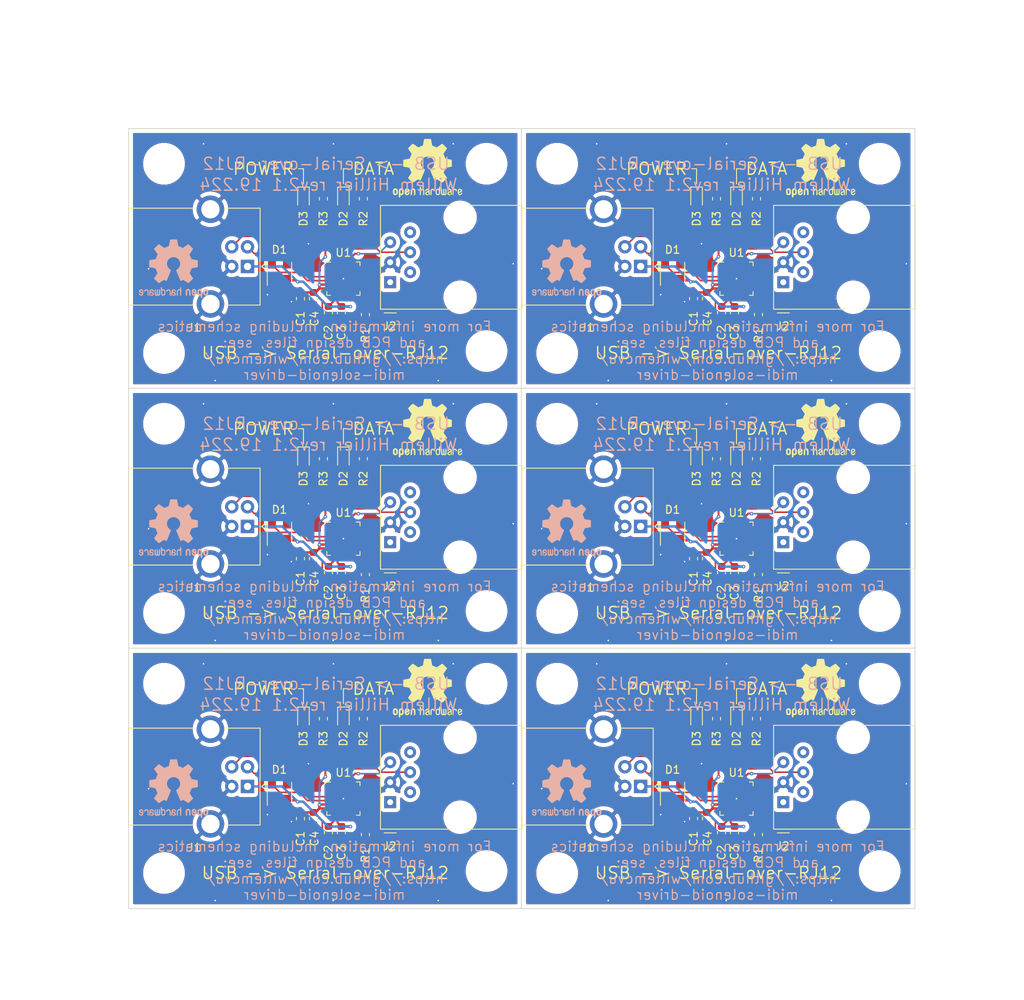
<source format=kicad_pcb>
(kicad_pcb (version 20171130) (host pcbnew 5.1.3-ffb9f22~84~ubuntu16.04.1)
  (layers (0 F.Cu signal) (31 B.Cu signal) (34 B.Paste user) (35 F.Paste user) (36 B.SilkS user) (37 F.SilkS user) (38 B.Mask user) (39 F.Mask user) (44 Edge.Cuts user))
  (net 0 "")
  (net 1 GND)
  (net 2 VBUS)
  (net 3 /D+)
  (net 4 /D-)
  (net 5 "Net-(D2-Pad1)")
  (net 6 "Net-(D3-Pad1)")
  (net 7 /TXD)
  (net 8 "Net-(R1-Pad2)")
  (net 9 /RXD)
  (net 10 +3V3)
  (module Capacitor_SMD:C_0603_1608Metric (layer F.Cu) (at 152.845002 151.825004 270)
    (fp_text reference C4 (at 2.54 -0.127 90) (layer F.SilkS))
    (fp_text value 0.1u)
    (pad 2 smd roundrect (at 0.7875 0 270) (size 0.875 0.95) (layers F.Cu F.Paste F.Mask) (net 1 GND))
    (pad 1 smd roundrect (at -0.7875 0 270) (size 0.875 0.95) (layers F.Cu F.Paste F.Mask) (net 10 +3V3))
  )
  (module Capacitor_SMD:C_0603_1608Metric (layer F.Cu) (at 152.845002 118.775002 270)
    (fp_text reference C4 (at 2.54 -0.127 90) (layer F.SilkS))
    (fp_text value 0.1u)
    (pad 2 smd roundrect (at 0.7875 0 270) (size 0.875 0.95) (layers F.Cu F.Paste F.Mask) (net 1 GND))
    (pad 1 smd roundrect (at -0.7875 0 270) (size 0.875 0.95) (layers F.Cu F.Paste F.Mask) (net 10 +3V3))
  )
  (module Capacitor_SMD:C_0603_1608Metric (layer F.Cu) (at 152.845002 85.725 270)
    (fp_text reference C4 (at 2.54 -0.127 90) (layer F.SilkS))
    (fp_text value 0.1u)
    (pad 2 smd roundrect (at 0.7875 0 270) (size 0.875 0.95) (layers F.Cu F.Paste F.Mask) (net 1 GND))
    (pad 1 smd roundrect (at -0.7875 0 270) (size 0.875 0.95) (layers F.Cu F.Paste F.Mask) (net 10 +3V3))
  )
  (module Capacitor_SMD:C_0603_1608Metric (layer F.Cu) (at 102.87 151.825004 270)
    (fp_text reference C4 (at 2.54 -0.127 90) (layer F.SilkS))
    (fp_text value 0.1u)
    (pad 2 smd roundrect (at 0.7875 0 270) (size 0.875 0.95) (layers F.Cu F.Paste F.Mask) (net 1 GND))
    (pad 1 smd roundrect (at -0.7875 0 270) (size 0.875 0.95) (layers F.Cu F.Paste F.Mask) (net 10 +3V3))
  )
  (module Capacitor_SMD:C_0603_1608Metric (layer F.Cu) (at 102.87 118.775002 270)
    (fp_text reference C4 (at 2.54 -0.127 90) (layer F.SilkS))
    (fp_text value 0.1u)
    (pad 2 smd roundrect (at 0.7875 0 270) (size 0.875 0.95) (layers F.Cu F.Paste F.Mask) (net 1 GND))
    (pad 1 smd roundrect (at -0.7875 0 270) (size 0.875 0.95) (layers F.Cu F.Paste F.Mask) (net 10 +3V3))
  )
  (module Capacitor_SMD:C_0603_1608Metric (layer F.Cu) (at 151.194002 151.825004 270)
    (fp_text reference C1 (at 2.54 0 90) (layer F.SilkS))
    (fp_text value 4.7u)
    (pad 1 smd roundrect (at -0.7875 0 270) (size 0.875 0.95) (layers F.Cu F.Paste F.Mask) (net 10 +3V3))
    (pad 2 smd roundrect (at 0.7875 0 270) (size 0.875 0.95) (layers F.Cu F.Paste F.Mask) (net 1 GND))
  )
  (module Capacitor_SMD:C_0603_1608Metric (layer F.Cu) (at 151.194002 118.775002 270)
    (fp_text reference C1 (at 2.54 0 90) (layer F.SilkS))
    (fp_text value 4.7u)
    (pad 1 smd roundrect (at -0.7875 0 270) (size 0.875 0.95) (layers F.Cu F.Paste F.Mask) (net 10 +3V3))
    (pad 2 smd roundrect (at 0.7875 0 270) (size 0.875 0.95) (layers F.Cu F.Paste F.Mask) (net 1 GND))
  )
  (module Capacitor_SMD:C_0603_1608Metric (layer F.Cu) (at 151.194002 85.725 270)
    (fp_text reference C1 (at 2.54 0 90) (layer F.SilkS))
    (fp_text value 4.7u)
    (pad 1 smd roundrect (at -0.7875 0 270) (size 0.875 0.95) (layers F.Cu F.Paste F.Mask) (net 10 +3V3))
    (pad 2 smd roundrect (at 0.7875 0 270) (size 0.875 0.95) (layers F.Cu F.Paste F.Mask) (net 1 GND))
  )
  (module Capacitor_SMD:C_0603_1608Metric (layer F.Cu) (at 101.219 151.825004 270)
    (fp_text reference C1 (at 2.54 0 90) (layer F.SilkS))
    (fp_text value 4.7u)
    (pad 1 smd roundrect (at -0.7875 0 270) (size 0.875 0.95) (layers F.Cu F.Paste F.Mask) (net 10 +3V3))
    (pad 2 smd roundrect (at 0.7875 0 270) (size 0.875 0.95) (layers F.Cu F.Paste F.Mask) (net 1 GND))
  )
  (module Capacitor_SMD:C_0603_1608Metric (layer F.Cu) (at 101.219 118.775002 270)
    (fp_text reference C1 (at 2.54 0 90) (layer F.SilkS))
    (fp_text value 4.7u)
    (pad 1 smd roundrect (at -0.7875 0 270) (size 0.875 0.95) (layers F.Cu F.Paste F.Mask) (net 10 +3V3))
    (pad 2 smd roundrect (at 0.7875 0 270) (size 0.875 0.95) (layers F.Cu F.Paste F.Mask) (net 1 GND))
  )
  (module Capacitor_SMD:C_0603_1608Metric (layer F.Cu) (at 156.401002 153.603004 270)
    (fp_text reference C3 (at 2.54 0 90) (layer F.SilkS))
    (fp_text value 0.1u)
    (pad 2 smd roundrect (at 0.7875 0 270) (size 0.875 0.95) (layers F.Cu F.Paste F.Mask) (net 1 GND))
    (pad 1 smd roundrect (at -0.7875 0 270) (size 0.875 0.95) (layers F.Cu F.Paste F.Mask) (net 2 VBUS))
  )
  (module Capacitor_SMD:C_0603_1608Metric (layer F.Cu) (at 156.401002 120.553002 270)
    (fp_text reference C3 (at 2.54 0 90) (layer F.SilkS))
    (fp_text value 0.1u)
    (pad 2 smd roundrect (at 0.7875 0 270) (size 0.875 0.95) (layers F.Cu F.Paste F.Mask) (net 1 GND))
    (pad 1 smd roundrect (at -0.7875 0 270) (size 0.875 0.95) (layers F.Cu F.Paste F.Mask) (net 2 VBUS))
  )
  (module Capacitor_SMD:C_0603_1608Metric (layer F.Cu) (at 156.401002 87.503 270)
    (fp_text reference C3 (at 2.54 0 90) (layer F.SilkS))
    (fp_text value 0.1u)
    (pad 2 smd roundrect (at 0.7875 0 270) (size 0.875 0.95) (layers F.Cu F.Paste F.Mask) (net 1 GND))
    (pad 1 smd roundrect (at -0.7875 0 270) (size 0.875 0.95) (layers F.Cu F.Paste F.Mask) (net 2 VBUS))
  )
  (module Capacitor_SMD:C_0603_1608Metric (layer F.Cu) (at 106.426 153.603004 270)
    (fp_text reference C3 (at 2.54 0 90) (layer F.SilkS))
    (fp_text value 0.1u)
    (pad 2 smd roundrect (at 0.7875 0 270) (size 0.875 0.95) (layers F.Cu F.Paste F.Mask) (net 1 GND))
    (pad 1 smd roundrect (at -0.7875 0 270) (size 0.875 0.95) (layers F.Cu F.Paste F.Mask) (net 2 VBUS))
  )
  (module Capacitor_SMD:C_0603_1608Metric (layer F.Cu) (at 106.426 120.553002 270)
    (fp_text reference C3 (at 2.54 0 90) (layer F.SilkS))
    (fp_text value 0.1u)
    (pad 2 smd roundrect (at 0.7875 0 270) (size 0.875 0.95) (layers F.Cu F.Paste F.Mask) (net 1 GND))
    (pad 1 smd roundrect (at -0.7875 0 270) (size 0.875 0.95) (layers F.Cu F.Paste F.Mask) (net 2 VBUS))
  )
  (module Capacitor_SMD:C_0603_1608Metric (layer F.Cu) (at 154.750002 153.603004 270)
    (fp_text reference C2 (at 2.54 0 90) (layer F.SilkS))
    (fp_text value 4.7u)
    (pad 1 smd roundrect (at -0.7875 0 270) (size 0.875 0.95) (layers F.Cu F.Paste F.Mask) (net 2 VBUS))
    (pad 2 smd roundrect (at 0.7875 0 270) (size 0.875 0.95) (layers F.Cu F.Paste F.Mask) (net 1 GND))
  )
  (module Capacitor_SMD:C_0603_1608Metric (layer F.Cu) (at 154.750002 120.553002 270)
    (fp_text reference C2 (at 2.54 0 90) (layer F.SilkS))
    (fp_text value 4.7u)
    (pad 1 smd roundrect (at -0.7875 0 270) (size 0.875 0.95) (layers F.Cu F.Paste F.Mask) (net 2 VBUS))
    (pad 2 smd roundrect (at 0.7875 0 270) (size 0.875 0.95) (layers F.Cu F.Paste F.Mask) (net 1 GND))
  )
  (module Capacitor_SMD:C_0603_1608Metric (layer F.Cu) (at 154.750002 87.503 270)
    (fp_text reference C2 (at 2.54 0 90) (layer F.SilkS))
    (fp_text value 4.7u)
    (pad 1 smd roundrect (at -0.7875 0 270) (size 0.875 0.95) (layers F.Cu F.Paste F.Mask) (net 2 VBUS))
    (pad 2 smd roundrect (at 0.7875 0 270) (size 0.875 0.95) (layers F.Cu F.Paste F.Mask) (net 1 GND))
  )
  (module Capacitor_SMD:C_0603_1608Metric (layer F.Cu) (at 104.775 153.603004 270)
    (fp_text reference C2 (at 2.54 0 90) (layer F.SilkS))
    (fp_text value 4.7u)
    (pad 1 smd roundrect (at -0.7875 0 270) (size 0.875 0.95) (layers F.Cu F.Paste F.Mask) (net 2 VBUS))
    (pad 2 smd roundrect (at 0.7875 0 270) (size 0.875 0.95) (layers F.Cu F.Paste F.Mask) (net 1 GND))
  )
  (module Capacitor_SMD:C_0603_1608Metric (layer F.Cu) (at 104.775 120.553002 270)
    (fp_text reference C2 (at 2.54 0 90) (layer F.SilkS))
    (fp_text value 4.7u)
    (pad 1 smd roundrect (at -0.7875 0 270) (size 0.875 0.95) (layers F.Cu F.Paste F.Mask) (net 2 VBUS))
    (pad 2 smd roundrect (at 0.7875 0 270) (size 0.875 0.95) (layers F.Cu F.Paste F.Mask) (net 1 GND))
  )
  (module Package_DFN_QFN:QFN-24-1EP_4x4mm_P0.5mm_EP2.6x2.6mm (layer F.Cu) (at 156.655002 149.285004)
    (fp_text reference U1 (at 0 -3.3) (layer F.SilkS))
    (fp_text value CP2102N-A01-GQFN24)
    (pad 24 smd roundrect (at -1.25 -1.9375) (size 0.25 0.825) (layers F.Cu F.Paste F.Mask))
    (pad 23 smd roundrect (at -0.75 -1.9375) (size 0.25 0.825) (layers F.Cu F.Paste F.Mask))
    (pad 22 smd roundrect (at -0.25 -1.9375) (size 0.25 0.825) (layers F.Cu F.Paste F.Mask))
    (pad 21 smd roundrect (at 0.25 -1.9375) (size 0.25 0.825) (layers F.Cu F.Paste F.Mask) (net 7 /TXD))
    (pad 20 smd roundrect (at 0.75 -1.9375) (size 0.25 0.825) (layers F.Cu F.Paste F.Mask) (net 9 /RXD))
    (pad 19 smd roundrect (at 1.25 -1.9375) (size 0.25 0.825) (layers F.Cu F.Paste F.Mask))
    (pad 18 smd roundrect (at 1.9375 -1.25) (size 0.825 0.25) (layers F.Cu F.Paste F.Mask))
    (pad 17 smd roundrect (at 1.9375 -0.75) (size 0.825 0.25) (layers F.Cu F.Paste F.Mask))
    (pad 16 smd roundrect (at 1.9375 -0.25) (size 0.825 0.25) (layers F.Cu F.Paste F.Mask))
    (pad 15 smd roundrect (at 1.9375 0.25) (size 0.825 0.25) (layers F.Cu F.Paste F.Mask))
    (pad 14 smd roundrect (at 1.9375 0.75) (size 0.825 0.25) (layers F.Cu F.Paste F.Mask))
    (pad 13 smd roundrect (at 1.9375 1.25) (size 0.825 0.25) (layers F.Cu F.Paste F.Mask))
    (pad 12 smd roundrect (at 1.25 1.9375) (size 0.25 0.825) (layers F.Cu F.Paste F.Mask))
    (pad 11 smd roundrect (at 0.75 1.9375) (size 0.25 0.825) (layers F.Cu F.Paste F.Mask))
    (pad 10 smd roundrect (at 0.25 1.9375) (size 0.25 0.825) (layers F.Cu F.Paste F.Mask))
    (pad 9 smd roundrect (at -0.25 1.9375) (size 0.25 0.825) (layers F.Cu F.Paste F.Mask) (net 8 "Net-(R1-Pad2)"))
    (pad 8 smd roundrect (at -0.75 1.9375) (size 0.25 0.825) (layers F.Cu F.Paste F.Mask) (net 2 VBUS))
    (pad 7 smd roundrect (at -1.25 1.9375) (size 0.25 0.825) (layers F.Cu F.Paste F.Mask) (net 2 VBUS))
    (pad 6 smd roundrect (at -1.9375 1.25) (size 0.825 0.25) (layers F.Cu F.Paste F.Mask) (net 10 +3V3))
    (pad 5 smd roundrect (at -1.9375 0.75) (size 0.825 0.25) (layers F.Cu F.Paste F.Mask) (net 10 +3V3))
    (pad 4 smd roundrect (at -1.9375 0.25) (size 0.825 0.25) (layers F.Cu F.Paste F.Mask) (net 4 /D-))
    (pad 3 smd roundrect (at -1.9375 -0.25) (size 0.825 0.25) (layers F.Cu F.Paste F.Mask) (net 3 /D+))
    (pad 2 smd roundrect (at -1.9375 -0.75) (size 0.825 0.25) (layers F.Cu F.Paste F.Mask) (net 1 GND))
    (pad 1 smd roundrect (at -1.9375 -1.25) (size 0.825 0.25) (layers F.Cu F.Paste F.Mask))
    (pad 25 smd roundrect (at 0 0) (size 2.6 2.6) (layers F.Cu F.Mask) (roundrect_rratio 0.096154) (net 1 GND))
  )
  (module Package_DFN_QFN:QFN-24-1EP_4x4mm_P0.5mm_EP2.6x2.6mm (layer F.Cu) (at 156.655002 116.235002)
    (fp_text reference U1 (at 0 -3.3) (layer F.SilkS))
    (fp_text value CP2102N-A01-GQFN24)
    (pad 24 smd roundrect (at -1.25 -1.9375) (size 0.25 0.825) (layers F.Cu F.Paste F.Mask))
    (pad 23 smd roundrect (at -0.75 -1.9375) (size 0.25 0.825) (layers F.Cu F.Paste F.Mask))
    (pad 22 smd roundrect (at -0.25 -1.9375) (size 0.25 0.825) (layers F.Cu F.Paste F.Mask))
    (pad 21 smd roundrect (at 0.25 -1.9375) (size 0.25 0.825) (layers F.Cu F.Paste F.Mask) (net 7 /TXD))
    (pad 20 smd roundrect (at 0.75 -1.9375) (size 0.25 0.825) (layers F.Cu F.Paste F.Mask) (net 9 /RXD))
    (pad 19 smd roundrect (at 1.25 -1.9375) (size 0.25 0.825) (layers F.Cu F.Paste F.Mask))
    (pad 18 smd roundrect (at 1.9375 -1.25) (size 0.825 0.25) (layers F.Cu F.Paste F.Mask))
    (pad 17 smd roundrect (at 1.9375 -0.75) (size 0.825 0.25) (layers F.Cu F.Paste F.Mask))
    (pad 16 smd roundrect (at 1.9375 -0.25) (size 0.825 0.25) (layers F.Cu F.Paste F.Mask))
    (pad 15 smd roundrect (at 1.9375 0.25) (size 0.825 0.25) (layers F.Cu F.Paste F.Mask))
    (pad 14 smd roundrect (at 1.9375 0.75) (size 0.825 0.25) (layers F.Cu F.Paste F.Mask))
    (pad 13 smd roundrect (at 1.9375 1.25) (size 0.825 0.25) (layers F.Cu F.Paste F.Mask))
    (pad 12 smd roundrect (at 1.25 1.9375) (size 0.25 0.825) (layers F.Cu F.Paste F.Mask))
    (pad 11 smd roundrect (at 0.75 1.9375) (size 0.25 0.825) (layers F.Cu F.Paste F.Mask))
    (pad 10 smd roundrect (at 0.25 1.9375) (size 0.25 0.825) (layers F.Cu F.Paste F.Mask))
    (pad 9 smd roundrect (at -0.25 1.9375) (size 0.25 0.825) (layers F.Cu F.Paste F.Mask) (net 8 "Net-(R1-Pad2)"))
    (pad 8 smd roundrect (at -0.75 1.9375) (size 0.25 0.825) (layers F.Cu F.Paste F.Mask) (net 2 VBUS))
    (pad 7 smd roundrect (at -1.25 1.9375) (size 0.25 0.825) (layers F.Cu F.Paste F.Mask) (net 2 VBUS))
    (pad 6 smd roundrect (at -1.9375 1.25) (size 0.825 0.25) (layers F.Cu F.Paste F.Mask) (net 10 +3V3))
    (pad 5 smd roundrect (at -1.9375 0.75) (size 0.825 0.25) (layers F.Cu F.Paste F.Mask) (net 10 +3V3))
    (pad 4 smd roundrect (at -1.9375 0.25) (size 0.825 0.25) (layers F.Cu F.Paste F.Mask) (net 4 /D-))
    (pad 3 smd roundrect (at -1.9375 -0.25) (size 0.825 0.25) (layers F.Cu F.Paste F.Mask) (net 3 /D+))
    (pad 2 smd roundrect (at -1.9375 -0.75) (size 0.825 0.25) (layers F.Cu F.Paste F.Mask) (net 1 GND))
    (pad 1 smd roundrect (at -1.9375 -1.25) (size 0.825 0.25) (layers F.Cu F.Paste F.Mask))
    (pad 25 smd roundrect (at 0 0) (size 2.6 2.6) (layers F.Cu F.Mask) (roundrect_rratio 0.096154) (net 1 GND))
  )
  (module Package_DFN_QFN:QFN-24-1EP_4x4mm_P0.5mm_EP2.6x2.6mm (layer F.Cu) (at 156.655002 83.185)
    (fp_text reference U1 (at 0 -3.3) (layer F.SilkS))
    (fp_text value CP2102N-A01-GQFN24)
    (pad 24 smd roundrect (at -1.25 -1.9375) (size 0.25 0.825) (layers F.Cu F.Paste F.Mask))
    (pad 23 smd roundrect (at -0.75 -1.9375) (size 0.25 0.825) (layers F.Cu F.Paste F.Mask))
    (pad 22 smd roundrect (at -0.25 -1.9375) (size 0.25 0.825) (layers F.Cu F.Paste F.Mask))
    (pad 21 smd roundrect (at 0.25 -1.9375) (size 0.25 0.825) (layers F.Cu F.Paste F.Mask) (net 7 /TXD))
    (pad 20 smd roundrect (at 0.75 -1.9375) (size 0.25 0.825) (layers F.Cu F.Paste F.Mask) (net 9 /RXD))
    (pad 19 smd roundrect (at 1.25 -1.9375) (size 0.25 0.825) (layers F.Cu F.Paste F.Mask))
    (pad 18 smd roundrect (at 1.9375 -1.25) (size 0.825 0.25) (layers F.Cu F.Paste F.Mask))
    (pad 17 smd roundrect (at 1.9375 -0.75) (size 0.825 0.25) (layers F.Cu F.Paste F.Mask))
    (pad 16 smd roundrect (at 1.9375 -0.25) (size 0.825 0.25) (layers F.Cu F.Paste F.Mask))
    (pad 15 smd roundrect (at 1.9375 0.25) (size 0.825 0.25) (layers F.Cu F.Paste F.Mask))
    (pad 14 smd roundrect (at 1.9375 0.75) (size 0.825 0.25) (layers F.Cu F.Paste F.Mask))
    (pad 13 smd roundrect (at 1.9375 1.25) (size 0.825 0.25) (layers F.Cu F.Paste F.Mask))
    (pad 12 smd roundrect (at 1.25 1.9375) (size 0.25 0.825) (layers F.Cu F.Paste F.Mask))
    (pad 11 smd roundrect (at 0.75 1.9375) (size 0.25 0.825) (layers F.Cu F.Paste F.Mask))
    (pad 10 smd roundrect (at 0.25 1.9375) (size 0.25 0.825) (layers F.Cu F.Paste F.Mask))
    (pad 9 smd roundrect (at -0.25 1.9375) (size 0.25 0.825) (layers F.Cu F.Paste F.Mask) (net 8 "Net-(R1-Pad2)"))
    (pad 8 smd roundrect (at -0.75 1.9375) (size 0.25 0.825) (layers F.Cu F.Paste F.Mask) (net 2 VBUS))
    (pad 7 smd roundrect (at -1.25 1.9375) (size 0.25 0.825) (layers F.Cu F.Paste F.Mask) (net 2 VBUS))
    (pad 6 smd roundrect (at -1.9375 1.25) (size 0.825 0.25) (layers F.Cu F.Paste F.Mask) (net 10 +3V3))
    (pad 5 smd roundrect (at -1.9375 0.75) (size 0.825 0.25) (layers F.Cu F.Paste F.Mask) (net 10 +3V3))
    (pad 4 smd roundrect (at -1.9375 0.25) (size 0.825 0.25) (layers F.Cu F.Paste F.Mask) (net 4 /D-))
    (pad 3 smd roundrect (at -1.9375 -0.25) (size 0.825 0.25) (layers F.Cu F.Paste F.Mask) (net 3 /D+))
    (pad 2 smd roundrect (at -1.9375 -0.75) (size 0.825 0.25) (layers F.Cu F.Paste F.Mask) (net 1 GND))
    (pad 1 smd roundrect (at -1.9375 -1.25) (size 0.825 0.25) (layers F.Cu F.Paste F.Mask))
    (pad 25 smd roundrect (at 0 0) (size 2.6 2.6) (layers F.Cu F.Mask) (roundrect_rratio 0.096154) (net 1 GND))
  )
  (module Package_DFN_QFN:QFN-24-1EP_4x4mm_P0.5mm_EP2.6x2.6mm (layer F.Cu) (at 106.68 149.285004)
    (fp_text reference U1 (at 0 -3.3) (layer F.SilkS))
    (fp_text value CP2102N-A01-GQFN24)
    (pad 24 smd roundrect (at -1.25 -1.9375) (size 0.25 0.825) (layers F.Cu F.Paste F.Mask))
    (pad 23 smd roundrect (at -0.75 -1.9375) (size 0.25 0.825) (layers F.Cu F.Paste F.Mask))
    (pad 22 smd roundrect (at -0.25 -1.9375) (size 0.25 0.825) (layers F.Cu F.Paste F.Mask))
    (pad 21 smd roundrect (at 0.25 -1.9375) (size 0.25 0.825) (layers F.Cu F.Paste F.Mask) (net 7 /TXD))
    (pad 20 smd roundrect (at 0.75 -1.9375) (size 0.25 0.825) (layers F.Cu F.Paste F.Mask) (net 9 /RXD))
    (pad 19 smd roundrect (at 1.25 -1.9375) (size 0.25 0.825) (layers F.Cu F.Paste F.Mask))
    (pad 18 smd roundrect (at 1.9375 -1.25) (size 0.825 0.25) (layers F.Cu F.Paste F.Mask))
    (pad 17 smd roundrect (at 1.9375 -0.75) (size 0.825 0.25) (layers F.Cu F.Paste F.Mask))
    (pad 16 smd roundrect (at 1.9375 -0.25) (size 0.825 0.25) (layers F.Cu F.Paste F.Mask))
    (pad 15 smd roundrect (at 1.9375 0.25) (size 0.825 0.25) (layers F.Cu F.Paste F.Mask))
    (pad 14 smd roundrect (at 1.9375 0.75) (size 0.825 0.25) (layers F.Cu F.Paste F.Mask))
    (pad 13 smd roundrect (at 1.9375 1.25) (size 0.825 0.25) (layers F.Cu F.Paste F.Mask))
    (pad 12 smd roundrect (at 1.25 1.9375) (size 0.25 0.825) (layers F.Cu F.Paste F.Mask))
    (pad 11 smd roundrect (at 0.75 1.9375) (size 0.25 0.825) (layers F.Cu F.Paste F.Mask))
    (pad 10 smd roundrect (at 0.25 1.9375) (size 0.25 0.825) (layers F.Cu F.Paste F.Mask))
    (pad 9 smd roundrect (at -0.25 1.9375) (size 0.25 0.825) (layers F.Cu F.Paste F.Mask) (net 8 "Net-(R1-Pad2)"))
    (pad 8 smd roundrect (at -0.75 1.9375) (size 0.25 0.825) (layers F.Cu F.Paste F.Mask) (net 2 VBUS))
    (pad 7 smd roundrect (at -1.25 1.9375) (size 0.25 0.825) (layers F.Cu F.Paste F.Mask) (net 2 VBUS))
    (pad 6 smd roundrect (at -1.9375 1.25) (size 0.825 0.25) (layers F.Cu F.Paste F.Mask) (net 10 +3V3))
    (pad 5 smd roundrect (at -1.9375 0.75) (size 0.825 0.25) (layers F.Cu F.Paste F.Mask) (net 10 +3V3))
    (pad 4 smd roundrect (at -1.9375 0.25) (size 0.825 0.25) (layers F.Cu F.Paste F.Mask) (net 4 /D-))
    (pad 3 smd roundrect (at -1.9375 -0.25) (size 0.825 0.25) (layers F.Cu F.Paste F.Mask) (net 3 /D+))
    (pad 2 smd roundrect (at -1.9375 -0.75) (size 0.825 0.25) (layers F.Cu F.Paste F.Mask) (net 1 GND))
    (pad 1 smd roundrect (at -1.9375 -1.25) (size 0.825 0.25) (layers F.Cu F.Paste F.Mask))
    (pad 25 smd roundrect (at 0 0) (size 2.6 2.6) (layers F.Cu F.Mask) (roundrect_rratio 0.096154) (net 1 GND))
  )
  (module Package_DFN_QFN:QFN-24-1EP_4x4mm_P0.5mm_EP2.6x2.6mm (layer F.Cu) (at 106.68 116.235002)
    (fp_text reference U1 (at 0 -3.3) (layer F.SilkS))
    (fp_text value CP2102N-A01-GQFN24)
    (pad 24 smd roundrect (at -1.25 -1.9375) (size 0.25 0.825) (layers F.Cu F.Paste F.Mask))
    (pad 23 smd roundrect (at -0.75 -1.9375) (size 0.25 0.825) (layers F.Cu F.Paste F.Mask))
    (pad 22 smd roundrect (at -0.25 -1.9375) (size 0.25 0.825) (layers F.Cu F.Paste F.Mask))
    (pad 21 smd roundrect (at 0.25 -1.9375) (size 0.25 0.825) (layers F.Cu F.Paste F.Mask) (net 7 /TXD))
    (pad 20 smd roundrect (at 0.75 -1.9375) (size 0.25 0.825) (layers F.Cu F.Paste F.Mask) (net 9 /RXD))
    (pad 19 smd roundrect (at 1.25 -1.9375) (size 0.25 0.825) (layers F.Cu F.Paste F.Mask))
    (pad 18 smd roundrect (at 1.9375 -1.25) (size 0.825 0.25) (layers F.Cu F.Paste F.Mask))
    (pad 17 smd roundrect (at 1.9375 -0.75) (size 0.825 0.25) (layers F.Cu F.Paste F.Mask))
    (pad 16 smd roundrect (at 1.9375 -0.25) (size 0.825 0.25) (layers F.Cu F.Paste F.Mask))
    (pad 15 smd roundrect (at 1.9375 0.25) (size 0.825 0.25) (layers F.Cu F.Paste F.Mask))
    (pad 14 smd roundrect (at 1.9375 0.75) (size 0.825 0.25) (layers F.Cu F.Paste F.Mask))
    (pad 13 smd roundrect (at 1.9375 1.25) (size 0.825 0.25) (layers F.Cu F.Paste F.Mask))
    (pad 12 smd roundrect (at 1.25 1.9375) (size 0.25 0.825) (layers F.Cu F.Paste F.Mask))
    (pad 11 smd roundrect (at 0.75 1.9375) (size 0.25 0.825) (layers F.Cu F.Paste F.Mask))
    (pad 10 smd roundrect (at 0.25 1.9375) (size 0.25 0.825) (layers F.Cu F.Paste F.Mask))
    (pad 9 smd roundrect (at -0.25 1.9375) (size 0.25 0.825) (layers F.Cu F.Paste F.Mask) (net 8 "Net-(R1-Pad2)"))
    (pad 8 smd roundrect (at -0.75 1.9375) (size 0.25 0.825) (layers F.Cu F.Paste F.Mask) (net 2 VBUS))
    (pad 7 smd roundrect (at -1.25 1.9375) (size 0.25 0.825) (layers F.Cu F.Paste F.Mask) (net 2 VBUS))
    (pad 6 smd roundrect (at -1.9375 1.25) (size 0.825 0.25) (layers F.Cu F.Paste F.Mask) (net 10 +3V3))
    (pad 5 smd roundrect (at -1.9375 0.75) (size 0.825 0.25) (layers F.Cu F.Paste F.Mask) (net 10 +3V3))
    (pad 4 smd roundrect (at -1.9375 0.25) (size 0.825 0.25) (layers F.Cu F.Paste F.Mask) (net 4 /D-))
    (pad 3 smd roundrect (at -1.9375 -0.25) (size 0.825 0.25) (layers F.Cu F.Paste F.Mask) (net 3 /D+))
    (pad 2 smd roundrect (at -1.9375 -0.75) (size 0.825 0.25) (layers F.Cu F.Paste F.Mask) (net 1 GND))
    (pad 1 smd roundrect (at -1.9375 -1.25) (size 0.825 0.25) (layers F.Cu F.Paste F.Mask))
    (pad 25 smd roundrect (at 0 0) (size 2.6 2.6) (layers F.Cu F.Mask) (roundrect_rratio 0.096154) (net 1 GND))
  )
  (module Resistor_SMD:R_0603_1608Metric (layer F.Cu) (at 154.115002 139.125004 90)
    (fp_text reference R3 (at -2.54 0 90) (layer F.SilkS))
    (fp_text value 1k)
    (pad 2 smd roundrect (at 0.7875 0 90) (size 0.875 0.95) (layers F.Cu F.Paste F.Mask) (net 6 "Net-(D3-Pad1)"))
    (pad 1 smd roundrect (at -0.7875 0 90) (size 0.875 0.95) (layers F.Cu F.Paste F.Mask) (net 1 GND))
  )
  (module Resistor_SMD:R_0603_1608Metric (layer F.Cu) (at 154.115002 106.075002 90)
    (fp_text reference R3 (at -2.54 0 90) (layer F.SilkS))
    (fp_text value 1k)
    (pad 2 smd roundrect (at 0.7875 0 90) (size 0.875 0.95) (layers F.Cu F.Paste F.Mask) (net 6 "Net-(D3-Pad1)"))
    (pad 1 smd roundrect (at -0.7875 0 90) (size 0.875 0.95) (layers F.Cu F.Paste F.Mask) (net 1 GND))
  )
  (module Resistor_SMD:R_0603_1608Metric (layer F.Cu) (at 154.115002 73.025 90)
    (fp_text reference R3 (at -2.54 0 90) (layer F.SilkS))
    (fp_text value 1k)
    (pad 2 smd roundrect (at 0.7875 0 90) (size 0.875 0.95) (layers F.Cu F.Paste F.Mask) (net 6 "Net-(D3-Pad1)"))
    (pad 1 smd roundrect (at -0.7875 0 90) (size 0.875 0.95) (layers F.Cu F.Paste F.Mask) (net 1 GND))
  )
  (module Resistor_SMD:R_0603_1608Metric (layer F.Cu) (at 104.14 139.125004 90)
    (fp_text reference R3 (at -2.54 0 90) (layer F.SilkS))
    (fp_text value 1k)
    (pad 2 smd roundrect (at 0.7875 0 90) (size 0.875 0.95) (layers F.Cu F.Paste F.Mask) (net 6 "Net-(D3-Pad1)"))
    (pad 1 smd roundrect (at -0.7875 0 90) (size 0.875 0.95) (layers F.Cu F.Paste F.Mask) (net 1 GND))
  )
  (module Resistor_SMD:R_0603_1608Metric (layer F.Cu) (at 104.14 106.075002 90)
    (fp_text reference R3 (at -2.54 0 90) (layer F.SilkS))
    (fp_text value 1k)
    (pad 2 smd roundrect (at 0.7875 0 90) (size 0.875 0.95) (layers F.Cu F.Paste F.Mask) (net 6 "Net-(D3-Pad1)"))
    (pad 1 smd roundrect (at -0.7875 0 90) (size 0.875 0.95) (layers F.Cu F.Paste F.Mask) (net 1 GND))
  )
  (module Resistor_SMD:R_0603_1608Metric (layer F.Cu) (at 159.195002 139.125004 90)
    (fp_text reference R2 (at -2.54 0 90) (layer F.SilkS))
    (fp_text value 1k)
    (pad 1 smd roundrect (at -0.7875 0 90) (size 0.875 0.95) (layers F.Cu F.Paste F.Mask) (net 7 /TXD))
    (pad 2 smd roundrect (at 0.7875 0 90) (size 0.875 0.95) (layers F.Cu F.Paste F.Mask) (net 5 "Net-(D2-Pad1)"))
  )
  (module Resistor_SMD:R_0603_1608Metric (layer F.Cu) (at 159.195002 106.075002 90)
    (fp_text reference R2 (at -2.54 0 90) (layer F.SilkS))
    (fp_text value 1k)
    (pad 1 smd roundrect (at -0.7875 0 90) (size 0.875 0.95) (layers F.Cu F.Paste F.Mask) (net 7 /TXD))
    (pad 2 smd roundrect (at 0.7875 0 90) (size 0.875 0.95) (layers F.Cu F.Paste F.Mask) (net 5 "Net-(D2-Pad1)"))
  )
  (module Resistor_SMD:R_0603_1608Metric (layer F.Cu) (at 159.195002 73.025 90)
    (fp_text reference R2 (at -2.54 0 90) (layer F.SilkS))
    (fp_text value 1k)
    (pad 1 smd roundrect (at -0.7875 0 90) (size 0.875 0.95) (layers F.Cu F.Paste F.Mask) (net 7 /TXD))
    (pad 2 smd roundrect (at 0.7875 0 90) (size 0.875 0.95) (layers F.Cu F.Paste F.Mask) (net 5 "Net-(D2-Pad1)"))
  )
  (module Resistor_SMD:R_0603_1608Metric (layer F.Cu) (at 109.22 139.125004 90)
    (fp_text reference R2 (at -2.54 0 90) (layer F.SilkS))
    (fp_text value 1k)
    (pad 1 smd roundrect (at -0.7875 0 90) (size 0.875 0.95) (layers F.Cu F.Paste F.Mask) (net 7 /TXD))
    (pad 2 smd roundrect (at 0.7875 0 90) (size 0.875 0.95) (layers F.Cu F.Paste F.Mask) (net 5 "Net-(D2-Pad1)"))
  )
  (module Resistor_SMD:R_0603_1608Metric (layer F.Cu) (at 109.22 106.075002 90)
    (fp_text reference R2 (at -2.54 0 90) (layer F.SilkS))
    (fp_text value 1k)
    (pad 1 smd roundrect (at -0.7875 0 90) (size 0.875 0.95) (layers F.Cu F.Paste F.Mask) (net 7 /TXD))
    (pad 2 smd roundrect (at 0.7875 0 90) (size 0.875 0.95) (layers F.Cu F.Paste F.Mask) (net 5 "Net-(D2-Pad1)"))
  )
  (module Resistor_SMD:R_0603_1608Metric (layer F.Cu) (at 159.449002 153.857004 90)
    (fp_text reference R1 (at -2.6035 0 90) (layer F.SilkS))
    (fp_text value 4.7k)
    (pad 2 smd roundrect (at 0.7875 0 90) (size 0.875 0.95) (layers F.Cu F.Paste F.Mask) (net 8 "Net-(R1-Pad2)"))
    (pad 1 smd roundrect (at -0.7875 0 90) (size 0.875 0.95) (layers F.Cu F.Paste F.Mask) (net 10 +3V3))
  )
  (module Resistor_SMD:R_0603_1608Metric (layer F.Cu) (at 159.449002 120.807002 90)
    (fp_text reference R1 (at -2.6035 0 90) (layer F.SilkS))
    (fp_text value 4.7k)
    (pad 2 smd roundrect (at 0.7875 0 90) (size 0.875 0.95) (layers F.Cu F.Paste F.Mask) (net 8 "Net-(R1-Pad2)"))
    (pad 1 smd roundrect (at -0.7875 0 90) (size 0.875 0.95) (layers F.Cu F.Paste F.Mask) (net 10 +3V3))
  )
  (module Resistor_SMD:R_0603_1608Metric (layer F.Cu) (at 159.449002 87.757 90)
    (fp_text reference R1 (at -2.6035 0 90) (layer F.SilkS))
    (fp_text value 4.7k)
    (pad 2 smd roundrect (at 0.7875 0 90) (size 0.875 0.95) (layers F.Cu F.Paste F.Mask) (net 8 "Net-(R1-Pad2)"))
    (pad 1 smd roundrect (at -0.7875 0 90) (size 0.875 0.95) (layers F.Cu F.Paste F.Mask) (net 10 +3V3))
  )
  (module Resistor_SMD:R_0603_1608Metric (layer F.Cu) (at 109.474 153.857004 90)
    (fp_text reference R1 (at -2.6035 0 90) (layer F.SilkS))
    (fp_text value 4.7k)
    (pad 2 smd roundrect (at 0.7875 0 90) (size 0.875 0.95) (layers F.Cu F.Paste F.Mask) (net 8 "Net-(R1-Pad2)"))
    (pad 1 smd roundrect (at -0.7875 0 90) (size 0.875 0.95) (layers F.Cu F.Paste F.Mask) (net 10 +3V3))
  )
  (module Resistor_SMD:R_0603_1608Metric (layer F.Cu) (at 109.474 120.807002 90)
    (fp_text reference R1 (at -2.6035 0 90) (layer F.SilkS))
    (fp_text value 4.7k)
    (pad 2 smd roundrect (at 0.7875 0 90) (size 0.875 0.95) (layers F.Cu F.Paste F.Mask) (net 8 "Net-(R1-Pad2)"))
    (pad 1 smd roundrect (at -0.7875 0 90) (size 0.875 0.95) (layers F.Cu F.Paste F.Mask) (net 10 +3V3))
  )
  (module footprints:RJ12_Amphenol_54601 (layer F.Cu) (at 162.600002 149.735004 90)
    (fp_text reference J2 (at -5.588 -0.0635) (layer F.SilkS))
    (fp_text value RJ12)
    (pad "" np_thru_hole circle (at 8.25 8.89 90) (size 3.25 3.25) (drill 3.25) (layers *.Cu *.Mask))
    (pad 6 thru_hole circle (at 6.35 2.54 90) (size 1.52 1.52) (drill 0.76) (layers *.Cu *.Mask))
    (pad 5 thru_hole circle (at 5.08 0 90) (size 1.52 1.52) (drill 0.76) (layers *.Cu *.Mask) (net 9 /RXD))
    (pad 4 thru_hole circle (at 3.81 2.54 90) (size 1.52 1.52) (drill 0.76) (layers *.Cu *.Mask) (net 7 /TXD))
    (pad 3 thru_hole circle (at 2.54 0 90) (size 1.52 1.52) (drill 0.76) (layers *.Cu *.Mask) (net 1 GND))
    (pad 2 thru_hole circle (at 1.27 2.54 90) (size 1.52 1.52) (drill 0.76) (layers *.Cu *.Mask))
    (pad "" np_thru_hole circle (at -1.91 8.89 90) (size 3.25 3.25) (drill 3.25) (layers *.Cu *.Mask))
    (pad 1 thru_hole rect (at 0 0 90) (size 1.52 1.52) (drill 0.76) (layers *.Cu *.Mask))
  )
  (module footprints:RJ12_Amphenol_54601 (layer F.Cu) (at 162.600002 116.685002 90)
    (fp_text reference J2 (at -5.588 -0.0635) (layer F.SilkS))
    (fp_text value RJ12)
    (pad "" np_thru_hole circle (at 8.25 8.89 90) (size 3.25 3.25) (drill 3.25) (layers *.Cu *.Mask))
    (pad 6 thru_hole circle (at 6.35 2.54 90) (size 1.52 1.52) (drill 0.76) (layers *.Cu *.Mask))
    (pad 5 thru_hole circle (at 5.08 0 90) (size 1.52 1.52) (drill 0.76) (layers *.Cu *.Mask) (net 9 /RXD))
    (pad 4 thru_hole circle (at 3.81 2.54 90) (size 1.52 1.52) (drill 0.76) (layers *.Cu *.Mask) (net 7 /TXD))
    (pad 3 thru_hole circle (at 2.54 0 90) (size 1.52 1.52) (drill 0.76) (layers *.Cu *.Mask) (net 1 GND))
    (pad 2 thru_hole circle (at 1.27 2.54 90) (size 1.52 1.52) (drill 0.76) (layers *.Cu *.Mask))
    (pad "" np_thru_hole circle (at -1.91 8.89 90) (size 3.25 3.25) (drill 3.25) (layers *.Cu *.Mask))
    (pad 1 thru_hole rect (at 0 0 90) (size 1.52 1.52) (drill 0.76) (layers *.Cu *.Mask))
  )
  (module footprints:RJ12_Amphenol_54601 (layer F.Cu) (at 162.600002 83.635 90)
    (fp_text reference J2 (at -5.588 -0.0635) (layer F.SilkS))
    (fp_text value RJ12)
    (pad "" np_thru_hole circle (at 8.25 8.89 90) (size 3.25 3.25) (drill 3.25) (layers *.Cu *.Mask))
    (pad 6 thru_hole circle (at 6.35 2.54 90) (size 1.52 1.52) (drill 0.76) (layers *.Cu *.Mask))
    (pad 5 thru_hole circle (at 5.08 0 90) (size 1.52 1.52) (drill 0.76) (layers *.Cu *.Mask) (net 9 /RXD))
    (pad 4 thru_hole circle (at 3.81 2.54 90) (size 1.52 1.52) (drill 0.76) (layers *.Cu *.Mask) (net 7 /TXD))
    (pad 3 thru_hole circle (at 2.54 0 90) (size 1.52 1.52) (drill 0.76) (layers *.Cu *.Mask) (net 1 GND))
    (pad 2 thru_hole circle (at 1.27 2.54 90) (size 1.52 1.52) (drill 0.76) (layers *.Cu *.Mask))
    (pad "" np_thru_hole circle (at -1.91 8.89 90) (size 3.25 3.25) (drill 3.25) (layers *.Cu *.Mask))
    (pad 1 thru_hole rect (at 0 0 90) (size 1.52 1.52) (drill 0.76) (layers *.Cu *.Mask))
  )
  (module footprints:RJ12_Amphenol_54601 (layer F.Cu) (at 112.625 149.735004 90)
    (fp_text reference J2 (at -5.588 -0.0635) (layer F.SilkS))
    (fp_text value RJ12)
    (pad "" np_thru_hole circle (at 8.25 8.89 90) (size 3.25 3.25) (drill 3.25) (layers *.Cu *.Mask))
    (pad 6 thru_hole circle (at 6.35 2.54 90) (size 1.52 1.52) (drill 0.76) (layers *.Cu *.Mask))
    (pad 5 thru_hole circle (at 5.08 0 90) (size 1.52 1.52) (drill 0.76) (layers *.Cu *.Mask) (net 9 /RXD))
    (pad 4 thru_hole circle (at 3.81 2.54 90) (size 1.52 1.52) (drill 0.76) (layers *.Cu *.Mask) (net 7 /TXD))
    (pad 3 thru_hole circle (at 2.54 0 90) (size 1.52 1.52) (drill 0.76) (layers *.Cu *.Mask) (net 1 GND))
    (pad 2 thru_hole circle (at 1.27 2.54 90) (size 1.52 1.52) (drill 0.76) (layers *.Cu *.Mask))
    (pad "" np_thru_hole circle (at -1.91 8.89 90) (size 3.25 3.25) (drill 3.25) (layers *.Cu *.Mask))
    (pad 1 thru_hole rect (at 0 0 90) (size 1.52 1.52) (drill 0.76) (layers *.Cu *.Mask))
  )
  (module footprints:RJ12_Amphenol_54601 (layer F.Cu) (at 112.625 116.685002 90)
    (fp_text reference J2 (at -5.588 -0.0635) (layer F.SilkS))
    (fp_text value RJ12)
    (pad "" np_thru_hole circle (at 8.25 8.89 90) (size 3.25 3.25) (drill 3.25) (layers *.Cu *.Mask))
    (pad 6 thru_hole circle (at 6.35 2.54 90) (size 1.52 1.52) (drill 0.76) (layers *.Cu *.Mask))
    (pad 5 thru_hole circle (at 5.08 0 90) (size 1.52 1.52) (drill 0.76) (layers *.Cu *.Mask) (net 9 /RXD))
    (pad 4 thru_hole circle (at 3.81 2.54 90) (size 1.52 1.52) (drill 0.76) (layers *.Cu *.Mask) (net 7 /TXD))
    (pad 3 thru_hole circle (at 2.54 0 90) (size 1.52 1.52) (drill 0.76) (layers *.Cu *.Mask) (net 1 GND))
    (pad 2 thru_hole circle (at 1.27 2.54 90) (size 1.52 1.52) (drill 0.76) (layers *.Cu *.Mask))
    (pad "" np_thru_hole circle (at -1.91 8.89 90) (size 3.25 3.25) (drill 3.25) (layers *.Cu *.Mask))
    (pad 1 thru_hole rect (at 0 0 90) (size 1.52 1.52) (drill 0.76) (layers *.Cu *.Mask))
  )
  (module Connector_USB:USB_B_OST_USB-B1HSxx_Horizontal (layer F.Cu) (at 144.463002 147.735004 180)
    (fp_text reference J1 (at 6.76 -7.77) (layer F.SilkS))
    (fp_text value USB_B)
    (pad 1 thru_hole rect (at 0 0 180) (size 1.7 1.7) (drill 0.92) (layers *.Cu *.Mask) (net 2 VBUS))
    (pad 2 thru_hole circle (at 0 2.5 180) (size 1.7 1.7) (drill 0.92) (layers *.Cu *.Mask) (net 4 /D-))
    (pad 3 thru_hole circle (at 2 2.5 180) (size 1.7 1.7) (drill 0.92) (layers *.Cu *.Mask) (net 3 /D+))
    (pad 4 thru_hole circle (at 2 0 180) (size 1.7 1.7) (drill 0.92) (layers *.Cu *.Mask) (net 1 GND))
    (pad 5 thru_hole circle (at 4.71 -4.77 180) (size 3.5 3.5) (drill 2.33) (layers *.Cu *.Mask) (net 1 GND))
    (pad 5 thru_hole circle (at 4.71 7.27 180) (size 3.5 3.5) (drill 2.33) (layers *.Cu *.Mask) (net 1 GND))
  )
  (module Connector_USB:USB_B_OST_USB-B1HSxx_Horizontal (layer F.Cu) (at 144.463002 114.685002 180)
    (fp_text reference J1 (at 6.76 -7.77) (layer F.SilkS))
    (fp_text value USB_B)
    (pad 1 thru_hole rect (at 0 0 180) (size 1.7 1.7) (drill 0.92) (layers *.Cu *.Mask) (net 2 VBUS))
    (pad 2 thru_hole circle (at 0 2.5 180) (size 1.7 1.7) (drill 0.92) (layers *.Cu *.Mask) (net 4 /D-))
    (pad 3 thru_hole circle (at 2 2.5 180) (size 1.7 1.7) (drill 0.92) (layers *.Cu *.Mask) (net 3 /D+))
    (pad 4 thru_hole circle (at 2 0 180) (size 1.7 1.7) (drill 0.92) (layers *.Cu *.Mask) (net 1 GND))
    (pad 5 thru_hole circle (at 4.71 -4.77 180) (size 3.5 3.5) (drill 2.33) (layers *.Cu *.Mask) (net 1 GND))
    (pad 5 thru_hole circle (at 4.71 7.27 180) (size 3.5 3.5) (drill 2.33) (layers *.Cu *.Mask) (net 1 GND))
  )
  (module Connector_USB:USB_B_OST_USB-B1HSxx_Horizontal (layer F.Cu) (at 144.463002 81.635 180)
    (fp_text reference J1 (at 6.76 -7.77) (layer F.SilkS))
    (fp_text value USB_B)
    (pad 1 thru_hole rect (at 0 0 180) (size 1.7 1.7) (drill 0.92) (layers *.Cu *.Mask) (net 2 VBUS))
    (pad 2 thru_hole circle (at 0 2.5 180) (size 1.7 1.7) (drill 0.92) (layers *.Cu *.Mask) (net 4 /D-))
    (pad 3 thru_hole circle (at 2 2.5 180) (size 1.7 1.7) (drill 0.92) (layers *.Cu *.Mask) (net 3 /D+))
    (pad 4 thru_hole circle (at 2 0 180) (size 1.7 1.7) (drill 0.92) (layers *.Cu *.Mask) (net 1 GND))
    (pad 5 thru_hole circle (at 4.71 -4.77 180) (size 3.5 3.5) (drill 2.33) (layers *.Cu *.Mask) (net 1 GND))
    (pad 5 thru_hole circle (at 4.71 7.27 180) (size 3.5 3.5) (drill 2.33) (layers *.Cu *.Mask) (net 1 GND))
  )
  (module Connector_USB:USB_B_OST_USB-B1HSxx_Horizontal (layer F.Cu) (at 94.488 147.735004 180)
    (fp_text reference J1 (at 6.76 -7.77) (layer F.SilkS))
    (fp_text value USB_B)
    (pad 1 thru_hole rect (at 0 0 180) (size 1.7 1.7) (drill 0.92) (layers *.Cu *.Mask) (net 2 VBUS))
    (pad 2 thru_hole circle (at 0 2.5 180) (size 1.7 1.7) (drill 0.92) (layers *.Cu *.Mask) (net 4 /D-))
    (pad 3 thru_hole circle (at 2 2.5 180) (size 1.7 1.7) (drill 0.92) (layers *.Cu *.Mask) (net 3 /D+))
    (pad 4 thru_hole circle (at 2 0 180) (size 1.7 1.7) (drill 0.92) (layers *.Cu *.Mask) (net 1 GND))
    (pad 5 thru_hole circle (at 4.71 -4.77 180) (size 3.5 3.5) (drill 2.33) (layers *.Cu *.Mask) (net 1 GND))
    (pad 5 thru_hole circle (at 4.71 7.27 180) (size 3.5 3.5) (drill 2.33) (layers *.Cu *.Mask) (net 1 GND))
  )
  (module Connector_USB:USB_B_OST_USB-B1HSxx_Horizontal (layer F.Cu) (at 94.488 114.685002 180)
    (fp_text reference J1 (at 6.76 -7.77) (layer F.SilkS))
    (fp_text value USB_B)
    (pad 1 thru_hole rect (at 0 0 180) (size 1.7 1.7) (drill 0.92) (layers *.Cu *.Mask) (net 2 VBUS))
    (pad 2 thru_hole circle (at 0 2.5 180) (size 1.7 1.7) (drill 0.92) (layers *.Cu *.Mask) (net 4 /D-))
    (pad 3 thru_hole circle (at 2 2.5 180) (size 1.7 1.7) (drill 0.92) (layers *.Cu *.Mask) (net 3 /D+))
    (pad 4 thru_hole circle (at 2 0 180) (size 1.7 1.7) (drill 0.92) (layers *.Cu *.Mask) (net 1 GND))
    (pad 5 thru_hole circle (at 4.71 -4.77 180) (size 3.5 3.5) (drill 2.33) (layers *.Cu *.Mask) (net 1 GND))
    (pad 5 thru_hole circle (at 4.71 7.27 180) (size 3.5 3.5) (drill 2.33) (layers *.Cu *.Mask) (net 1 GND))
  )
  (module LED_SMD:LED_0603_1608Metric (layer F.Cu) (at 151.575002 139.125004 270)
    (fp_text reference D3 (at 2.54 0 90) (layer F.SilkS))
    (fp_text value LED)
    (pad 1 smd roundrect (at -0.7875 0 270) (size 0.875 0.95) (layers F.Cu F.Paste F.Mask) (net 6 "Net-(D3-Pad1)"))
    (pad 2 smd roundrect (at 0.7875 0 270) (size 0.875 0.95) (layers F.Cu F.Paste F.Mask) (net 10 +3V3))
  )
  (module LED_SMD:LED_0603_1608Metric (layer F.Cu) (at 151.575002 106.075002 270)
    (fp_text reference D3 (at 2.54 0 90) (layer F.SilkS))
    (fp_text value LED)
    (pad 1 smd roundrect (at -0.7875 0 270) (size 0.875 0.95) (layers F.Cu F.Paste F.Mask) (net 6 "Net-(D3-Pad1)"))
    (pad 2 smd roundrect (at 0.7875 0 270) (size 0.875 0.95) (layers F.Cu F.Paste F.Mask) (net 10 +3V3))
  )
  (module LED_SMD:LED_0603_1608Metric (layer F.Cu) (at 151.575002 73.025 270)
    (fp_text reference D3 (at 2.54 0 90) (layer F.SilkS))
    (fp_text value LED)
    (pad 1 smd roundrect (at -0.7875 0 270) (size 0.875 0.95) (layers F.Cu F.Paste F.Mask) (net 6 "Net-(D3-Pad1)"))
    (pad 2 smd roundrect (at 0.7875 0 270) (size 0.875 0.95) (layers F.Cu F.Paste F.Mask) (net 10 +3V3))
  )
  (module LED_SMD:LED_0603_1608Metric (layer F.Cu) (at 101.6 139.125004 270)
    (fp_text reference D3 (at 2.54 0 90) (layer F.SilkS))
    (fp_text value LED)
    (pad 1 smd roundrect (at -0.7875 0 270) (size 0.875 0.95) (layers F.Cu F.Paste F.Mask) (net 6 "Net-(D3-Pad1)"))
    (pad 2 smd roundrect (at 0.7875 0 270) (size 0.875 0.95) (layers F.Cu F.Paste F.Mask) (net 10 +3V3))
  )
  (module LED_SMD:LED_0603_1608Metric (layer F.Cu) (at 101.6 106.075002 270)
    (fp_text reference D3 (at 2.54 0 90) (layer F.SilkS))
    (fp_text value LED)
    (pad 1 smd roundrect (at -0.7875 0 270) (size 0.875 0.95) (layers F.Cu F.Paste F.Mask) (net 6 "Net-(D3-Pad1)"))
    (pad 2 smd roundrect (at 0.7875 0 270) (size 0.875 0.95) (layers F.Cu F.Paste F.Mask) (net 10 +3V3))
  )
  (module LED_SMD:LED_0603_1608Metric (layer F.Cu) (at 156.655002 139.125004 270)
    (fp_text reference D2 (at 2.54 0 90) (layer F.SilkS))
    (fp_text value LED)
    (pad 2 smd roundrect (at 0.7875 0 270) (size 0.875 0.95) (layers F.Cu F.Paste F.Mask) (net 10 +3V3))
    (pad 1 smd roundrect (at -0.7875 0 270) (size 0.875 0.95) (layers F.Cu F.Paste F.Mask) (net 5 "Net-(D2-Pad1)"))
  )
  (module LED_SMD:LED_0603_1608Metric (layer F.Cu) (at 156.655002 106.075002 270)
    (fp_text reference D2 (at 2.54 0 90) (layer F.SilkS))
    (fp_text value LED)
    (pad 2 smd roundrect (at 0.7875 0 270) (size 0.875 0.95) (layers F.Cu F.Paste F.Mask) (net 10 +3V3))
    (pad 1 smd roundrect (at -0.7875 0 270) (size 0.875 0.95) (layers F.Cu F.Paste F.Mask) (net 5 "Net-(D2-Pad1)"))
  )
  (module LED_SMD:LED_0603_1608Metric (layer F.Cu) (at 156.655002 73.025 270)
    (fp_text reference D2 (at 2.54 0 90) (layer F.SilkS))
    (fp_text value LED)
    (pad 2 smd roundrect (at 0.7875 0 270) (size 0.875 0.95) (layers F.Cu F.Paste F.Mask) (net 10 +3V3))
    (pad 1 smd roundrect (at -0.7875 0 270) (size 0.875 0.95) (layers F.Cu F.Paste F.Mask) (net 5 "Net-(D2-Pad1)"))
  )
  (module LED_SMD:LED_0603_1608Metric (layer F.Cu) (at 106.68 139.125004 270)
    (fp_text reference D2 (at 2.54 0 90) (layer F.SilkS))
    (fp_text value LED)
    (pad 2 smd roundrect (at 0.7875 0 270) (size 0.875 0.95) (layers F.Cu F.Paste F.Mask) (net 10 +3V3))
    (pad 1 smd roundrect (at -0.7875 0 270) (size 0.875 0.95) (layers F.Cu F.Paste F.Mask) (net 5 "Net-(D2-Pad1)"))
  )
  (module LED_SMD:LED_0603_1608Metric (layer F.Cu) (at 106.68 106.075002 270)
    (fp_text reference D2 (at 2.54 0 90) (layer F.SilkS))
    (fp_text value LED)
    (pad 2 smd roundrect (at 0.7875 0 270) (size 0.875 0.95) (layers F.Cu F.Paste F.Mask) (net 10 +3V3))
    (pad 1 smd roundrect (at -0.7875 0 270) (size 0.875 0.95) (layers F.Cu F.Paste F.Mask) (net 5 "Net-(D2-Pad1)"))
  )
  (module Package_TO_SOT_SMD:SOT-143 (layer F.Cu) (at 148.527002 148.396004 90)
    (fp_text reference D1 (at 2.794 0 180) (layer F.SilkS))
    (fp_text value SP0503BAHT)
    (pad 4 smd rect (at 1.1 -0.95) (size 1 1.4) (layers F.Cu F.Paste F.Mask) (net 4 /D-))
    (pad 3 smd rect (at 1.1 0.95) (size 1 1.4) (layers F.Cu F.Paste F.Mask) (net 3 /D+))
    (pad 2 smd rect (at -1.1 0.95) (size 1 1.4) (layers F.Cu F.Paste F.Mask) (net 2 VBUS))
    (pad 1 smd rect (at -1.1 -0.77) (size 1.2 1.4) (layers F.Cu F.Paste F.Mask) (net 1 GND))
  )
  (module Package_TO_SOT_SMD:SOT-143 (layer F.Cu) (at 148.527002 115.346002 90)
    (fp_text reference D1 (at 2.794 0 180) (layer F.SilkS))
    (fp_text value SP0503BAHT)
    (pad 4 smd rect (at 1.1 -0.95) (size 1 1.4) (layers F.Cu F.Paste F.Mask) (net 4 /D-))
    (pad 3 smd rect (at 1.1 0.95) (size 1 1.4) (layers F.Cu F.Paste F.Mask) (net 3 /D+))
    (pad 2 smd rect (at -1.1 0.95) (size 1 1.4) (layers F.Cu F.Paste F.Mask) (net 2 VBUS))
    (pad 1 smd rect (at -1.1 -0.77) (size 1.2 1.4) (layers F.Cu F.Paste F.Mask) (net 1 GND))
  )
  (module Package_TO_SOT_SMD:SOT-143 (layer F.Cu) (at 148.527002 82.296 90)
    (fp_text reference D1 (at 2.794 0 180) (layer F.SilkS))
    (fp_text value SP0503BAHT)
    (pad 4 smd rect (at 1.1 -0.95) (size 1 1.4) (layers F.Cu F.Paste F.Mask) (net 4 /D-))
    (pad 3 smd rect (at 1.1 0.95) (size 1 1.4) (layers F.Cu F.Paste F.Mask) (net 3 /D+))
    (pad 2 smd rect (at -1.1 0.95) (size 1 1.4) (layers F.Cu F.Paste F.Mask) (net 2 VBUS))
    (pad 1 smd rect (at -1.1 -0.77) (size 1.2 1.4) (layers F.Cu F.Paste F.Mask) (net 1 GND))
  )
  (module Package_TO_SOT_SMD:SOT-143 (layer F.Cu) (at 98.552 148.396004 90)
    (fp_text reference D1 (at 2.794 0 180) (layer F.SilkS))
    (fp_text value SP0503BAHT)
    (pad 4 smd rect (at 1.1 -0.95) (size 1 1.4) (layers F.Cu F.Paste F.Mask) (net 4 /D-))
    (pad 3 smd rect (at 1.1 0.95) (size 1 1.4) (layers F.Cu F.Paste F.Mask) (net 3 /D+))
    (pad 2 smd rect (at -1.1 0.95) (size 1 1.4) (layers F.Cu F.Paste F.Mask) (net 2 VBUS))
    (pad 1 smd rect (at -1.1 -0.77) (size 1.2 1.4) (layers F.Cu F.Paste F.Mask) (net 1 GND))
  )
  (module Package_TO_SOT_SMD:SOT-143 (layer F.Cu) (at 98.552 115.346002 90)
    (fp_text reference D1 (at 2.794 0 180) (layer F.SilkS))
    (fp_text value SP0503BAHT)
    (pad 4 smd rect (at 1.1 -0.95) (size 1 1.4) (layers F.Cu F.Paste F.Mask) (net 4 /D-))
    (pad 3 smd rect (at 1.1 0.95) (size 1 1.4) (layers F.Cu F.Paste F.Mask) (net 3 /D+))
    (pad 2 smd rect (at -1.1 0.95) (size 1 1.4) (layers F.Cu F.Paste F.Mask) (net 2 VBUS))
    (pad 1 smd rect (at -1.1 -0.77) (size 1.2 1.4) (layers F.Cu F.Paste F.Mask) (net 1 GND))
  )
  (module MountingHole:MountingHole_4.3mm_M4 (layer F.Cu) (at 133.850002 134.680004)
    (fp_text reference REF** hide)
    (fp_text value MountingHole_4.3mm_M4)
    (pad 1 np_thru_hole circle (at 0 0) (size 4.3 4.3) (drill 4.3) (layers *.Cu *.Mask))
  )
  (module MountingHole:MountingHole_4.3mm_M4 (layer F.Cu) (at 133.850002 101.630002)
    (fp_text reference REF** hide)
    (fp_text value MountingHole_4.3mm_M4)
    (pad 1 np_thru_hole circle (at 0 0) (size 4.3 4.3) (drill 4.3) (layers *.Cu *.Mask))
  )
  (module MountingHole:MountingHole_4.3mm_M4 (layer F.Cu) (at 133.850002 68.58)
    (fp_text reference REF** hide)
    (fp_text value MountingHole_4.3mm_M4)
    (pad 1 np_thru_hole circle (at 0 0) (size 4.3 4.3) (drill 4.3) (layers *.Cu *.Mask))
  )
  (module MountingHole:MountingHole_4.3mm_M4 (layer F.Cu) (at 83.875 134.680004)
    (fp_text reference REF** hide)
    (fp_text value MountingHole_4.3mm_M4)
    (pad 1 np_thru_hole circle (at 0 0) (size 4.3 4.3) (drill 4.3) (layers *.Cu *.Mask))
  )
  (module MountingHole:MountingHole_4.3mm_M4 (layer F.Cu) (at 83.875 101.630002)
    (fp_text reference REF** hide)
    (fp_text value MountingHole_4.3mm_M4)
    (pad 1 np_thru_hole circle (at 0 0) (size 4.3 4.3) (drill 4.3) (layers *.Cu *.Mask))
  )
  (module MountingHole:MountingHole_4.3mm_M4 (layer F.Cu) (at 133.850002 158.735004)
    (fp_text reference REF** hide)
    (fp_text value MountingHole_4.3mm_M4)
    (pad 1 np_thru_hole circle (at 0 0) (size 4.3 4.3) (drill 4.3) (layers *.Cu *.Mask))
  )
  (module MountingHole:MountingHole_4.3mm_M4 (layer F.Cu) (at 133.850002 125.685002)
    (fp_text reference REF** hide)
    (fp_text value MountingHole_4.3mm_M4)
    (pad 1 np_thru_hole circle (at 0 0) (size 4.3 4.3) (drill 4.3) (layers *.Cu *.Mask))
  )
  (module MountingHole:MountingHole_4.3mm_M4 (layer F.Cu) (at 133.850002 92.635)
    (fp_text reference REF** hide)
    (fp_text value MountingHole_4.3mm_M4)
    (pad 1 np_thru_hole circle (at 0 0) (size 4.3 4.3) (drill 4.3) (layers *.Cu *.Mask))
  )
  (module MountingHole:MountingHole_4.3mm_M4 (layer F.Cu) (at 83.875 158.735004)
    (fp_text reference REF** hide)
    (fp_text value MountingHole_4.3mm_M4)
    (pad 1 np_thru_hole circle (at 0 0) (size 4.3 4.3) (drill 4.3) (layers *.Cu *.Mask))
  )
  (module MountingHole:MountingHole_4.3mm_M4 (layer F.Cu) (at 83.875 125.685002)
    (fp_text reference REF** hide)
    (fp_text value MountingHole_4.3mm_M4)
    (pad 1 np_thru_hole circle (at 0 0) (size 4.3 4.3) (drill 4.3) (layers *.Cu *.Mask))
  )
  (module MountingHole:MountingHole_4.3mm_M4 (layer F.Cu) (at 174.850002 134.680004)
    (fp_text reference REF** hide)
    (fp_text value MountingHole_4.3mm_M4)
    (pad 1 np_thru_hole circle (at 0 0) (size 4.3 4.3) (drill 4.3) (layers *.Cu *.Mask))
  )
  (module MountingHole:MountingHole_4.3mm_M4 (layer F.Cu) (at 174.850002 101.630002)
    (fp_text reference REF** hide)
    (fp_text value MountingHole_4.3mm_M4)
    (pad 1 np_thru_hole circle (at 0 0) (size 4.3 4.3) (drill 4.3) (layers *.Cu *.Mask))
  )
  (module MountingHole:MountingHole_4.3mm_M4 (layer F.Cu) (at 174.850002 68.58)
    (fp_text reference REF** hide)
    (fp_text value MountingHole_4.3mm_M4)
    (pad 1 np_thru_hole circle (at 0 0) (size 4.3 4.3) (drill 4.3) (layers *.Cu *.Mask))
  )
  (module MountingHole:MountingHole_4.3mm_M4 (layer F.Cu) (at 124.875 134.680004)
    (fp_text reference REF** hide)
    (fp_text value MountingHole_4.3mm_M4)
    (pad 1 np_thru_hole circle (at 0 0) (size 4.3 4.3) (drill 4.3) (layers *.Cu *.Mask))
  )
  (module MountingHole:MountingHole_4.3mm_M4 (layer F.Cu) (at 124.875 101.630002)
    (fp_text reference REF** hide)
    (fp_text value MountingHole_4.3mm_M4)
    (pad 1 np_thru_hole circle (at 0 0) (size 4.3 4.3) (drill 4.3) (layers *.Cu *.Mask))
  )
  (module MountingHole:MountingHole_4.3mm_M4 (layer F.Cu) (at 174.850002 158.485004)
    (fp_text reference REF** hide)
    (fp_text value MountingHole_4.3mm_M4)
    (pad 1 np_thru_hole circle (at 0 0) (size 4.3 4.3) (drill 4.3) (layers *.Cu *.Mask))
  )
  (module MountingHole:MountingHole_4.3mm_M4 (layer F.Cu) (at 174.850002 125.435002)
    (fp_text reference REF** hide)
    (fp_text value MountingHole_4.3mm_M4)
    (pad 1 np_thru_hole circle (at 0 0) (size 4.3 4.3) (drill 4.3) (layers *.Cu *.Mask))
  )
  (module MountingHole:MountingHole_4.3mm_M4 (layer F.Cu) (at 174.850002 92.385)
    (fp_text reference REF** hide)
    (fp_text value MountingHole_4.3mm_M4)
    (pad 1 np_thru_hole circle (at 0 0) (size 4.3 4.3) (drill 4.3) (layers *.Cu *.Mask))
  )
  (module MountingHole:MountingHole_4.3mm_M4 (layer F.Cu) (at 124.875 158.485004)
    (fp_text reference REF** hide)
    (fp_text value MountingHole_4.3mm_M4)
    (pad 1 np_thru_hole circle (at 0 0) (size 4.3 4.3) (drill 4.3) (layers *.Cu *.Mask))
  )
  (module MountingHole:MountingHole_4.3mm_M4 (layer F.Cu) (at 124.875 125.435002)
    (fp_text reference REF** hide)
    (fp_text value MountingHole_4.3mm_M4)
    (pad 1 np_thru_hole circle (at 0 0) (size 4.3 4.3) (drill 4.3) (layers *.Cu *.Mask))
  )
  (module Symbol:OSHW-Logo2_9.8x8mm_SilkScreen (layer B.Cu) (at 135.065002 148.015004 180)
    (fp_text reference REF** hide)
    (fp_text value OSHW-Logo2_9.8x8mm_SilkScreen hide)
  )
  (module Symbol:OSHW-Logo2_9.8x8mm_SilkScreen (layer B.Cu) (at 135.065002 114.965002 180)
    (fp_text reference REF** hide)
    (fp_text value OSHW-Logo2_9.8x8mm_SilkScreen hide)
  )
  (module Symbol:OSHW-Logo2_9.8x8mm_SilkScreen (layer B.Cu) (at 135.065002 81.915 180)
    (fp_text reference REF** hide)
    (fp_text value OSHW-Logo2_9.8x8mm_SilkScreen hide)
  )
  (module Symbol:OSHW-Logo2_9.8x8mm_SilkScreen (layer B.Cu) (at 85.09 148.015004 180)
    (fp_text reference REF** hide)
    (fp_text value OSHW-Logo2_9.8x8mm_SilkScreen hide)
  )
  (module Symbol:OSHW-Logo2_9.8x8mm_SilkScreen (layer B.Cu) (at 85.09 114.965002 180)
    (fp_text reference REF** hide)
    (fp_text value OSHW-Logo2_9.8x8mm_SilkScreen hide)
  )
  (module Symbol:OSHW-Logo2_9.8x8mm_SilkScreen (layer F.Cu) (at 167.350002 135.235004)
    (fp_text reference REF** hide)
    (fp_text value OSHW-Logo2_9.8x8mm_SilkScreen hide)
  )
  (module Symbol:OSHW-Logo2_9.8x8mm_SilkScreen (layer F.Cu) (at 167.350002 102.185002)
    (fp_text reference REF** hide)
    (fp_text value OSHW-Logo2_9.8x8mm_SilkScreen hide)
  )
  (module Symbol:OSHW-Logo2_9.8x8mm_SilkScreen (layer F.Cu) (at 167.350002 69.135)
    (fp_text reference REF** hide)
    (fp_text value OSHW-Logo2_9.8x8mm_SilkScreen hide)
  )
  (module Symbol:OSHW-Logo2_9.8x8mm_SilkScreen (layer F.Cu) (at 117.375 135.235004)
    (fp_text reference REF** hide)
    (fp_text value OSHW-Logo2_9.8x8mm_SilkScreen hide)
  )
  (module Symbol:OSHW-Logo2_9.8x8mm_SilkScreen (layer F.Cu) (at 117.375 102.185002)
    (fp_text reference REF** hide)
    (fp_text value OSHW-Logo2_9.8x8mm_SilkScreen hide)
  )
  (module Symbol:OSHW-Logo2_9.8x8mm_SilkScreen (layer F.Cu) (at 117.375 69.135)
    (fp_text reference REF** hide)
    (fp_text value OSHW-Logo2_9.8x8mm_SilkScreen hide)
  )
  (module Symbol:OSHW-Logo2_9.8x8mm_SilkScreen (layer B.Cu) (at 85.09 81.915 180)
    (fp_text reference REF** hide)
    (fp_text value OSHW-Logo2_9.8x8mm_SilkScreen hide)
  )
  (module MountingHole:MountingHole_4.3mm_M4 (layer F.Cu) (at 124.875 92.385)
    (fp_text reference REF** hide)
    (fp_text value MountingHole_4.3mm_M4)
    (pad 1 np_thru_hole circle (at 0 0) (size 4.3 4.3) (drill 4.3) (layers *.Cu *.Mask))
  )
  (module MountingHole:MountingHole_4.3mm_M4 (layer F.Cu) (at 124.875 68.58)
    (fp_text reference REF** hide)
    (fp_text value MountingHole_4.3mm_M4)
    (pad 1 np_thru_hole circle (at 0 0) (size 4.3 4.3) (drill 4.3) (layers *.Cu *.Mask))
  )
  (module MountingHole:MountingHole_4.3mm_M4 (layer F.Cu) (at 83.875 92.635)
    (fp_text reference REF** hide)
    (fp_text value MountingHole_4.3mm_M4)
    (pad 1 np_thru_hole circle (at 0 0) (size 4.3 4.3) (drill 4.3) (layers *.Cu *.Mask))
  )
  (module MountingHole:MountingHole_4.3mm_M4 (layer F.Cu) (at 83.875 68.58)
    (fp_text reference REF** hide)
    (fp_text value MountingHole_4.3mm_M4)
    (pad 1 np_thru_hole circle (at 0 0) (size 4.3 4.3) (drill 4.3) (layers *.Cu *.Mask))
  )
  (module Package_TO_SOT_SMD:SOT-143 (layer F.Cu) (at 98.552 82.296 90)
    (fp_text reference D1 (at 2.794 0 180) (layer F.SilkS))
    (fp_text value SP0503BAHT)
    (pad 1 smd rect (at -1.1 -0.77) (size 1.2 1.4) (layers F.Cu F.Paste F.Mask) (net 1 GND))
    (pad 2 smd rect (at -1.1 0.95) (size 1 1.4) (layers F.Cu F.Paste F.Mask) (net 2 VBUS))
    (pad 3 smd rect (at 1.1 0.95) (size 1 1.4) (layers F.Cu F.Paste F.Mask) (net 3 /D+))
    (pad 4 smd rect (at 1.1 -0.95) (size 1 1.4) (layers F.Cu F.Paste F.Mask) (net 4 /D-))
  )
  (module LED_SMD:LED_0603_1608Metric (layer F.Cu) (at 106.68 73.025 270)
    (fp_text reference D2 (at 2.54 0 90) (layer F.SilkS))
    (fp_text value LED)
    (pad 1 smd roundrect (at -0.7875 0 270) (size 0.875 0.95) (layers F.Cu F.Paste F.Mask) (net 5 "Net-(D2-Pad1)"))
    (pad 2 smd roundrect (at 0.7875 0 270) (size 0.875 0.95) (layers F.Cu F.Paste F.Mask) (net 10 +3V3))
  )
  (module LED_SMD:LED_0603_1608Metric (layer F.Cu) (at 101.6 73.025 270)
    (fp_text reference D3 (at 2.54 0 90) (layer F.SilkS))
    (fp_text value LED)
    (pad 2 smd roundrect (at 0.7875 0 270) (size 0.875 0.95) (layers F.Cu F.Paste F.Mask) (net 10 +3V3))
    (pad 1 smd roundrect (at -0.7875 0 270) (size 0.875 0.95) (layers F.Cu F.Paste F.Mask) (net 6 "Net-(D3-Pad1)"))
  )
  (module Connector_USB:USB_B_OST_USB-B1HSxx_Horizontal (layer F.Cu) (at 94.488 81.635 180)
    (fp_text reference J1 (at 6.76 -7.77) (layer F.SilkS))
    (fp_text value USB_B)
    (pad 5 thru_hole circle (at 4.71 7.27 180) (size 3.5 3.5) (drill 2.33) (layers *.Cu *.Mask) (net 1 GND))
    (pad 5 thru_hole circle (at 4.71 -4.77 180) (size 3.5 3.5) (drill 2.33) (layers *.Cu *.Mask) (net 1 GND))
    (pad 4 thru_hole circle (at 2 0 180) (size 1.7 1.7) (drill 0.92) (layers *.Cu *.Mask) (net 1 GND))
    (pad 3 thru_hole circle (at 2 2.5 180) (size 1.7 1.7) (drill 0.92) (layers *.Cu *.Mask) (net 3 /D+))
    (pad 2 thru_hole circle (at 0 2.5 180) (size 1.7 1.7) (drill 0.92) (layers *.Cu *.Mask) (net 4 /D-))
    (pad 1 thru_hole rect (at 0 0 180) (size 1.7 1.7) (drill 0.92) (layers *.Cu *.Mask) (net 2 VBUS))
  )
  (module footprints:RJ12_Amphenol_54601 (layer F.Cu) (at 112.625 83.635 90)
    (fp_text reference J2 (at -5.588 -0.0635) (layer F.SilkS))
    (fp_text value RJ12)
    (pad 1 thru_hole rect (at 0 0 90) (size 1.52 1.52) (drill 0.76) (layers *.Cu *.Mask))
    (pad "" np_thru_hole circle (at -1.91 8.89 90) (size 3.25 3.25) (drill 3.25) (layers *.Cu *.Mask))
    (pad 2 thru_hole circle (at 1.27 2.54 90) (size 1.52 1.52) (drill 0.76) (layers *.Cu *.Mask))
    (pad 3 thru_hole circle (at 2.54 0 90) (size 1.52 1.52) (drill 0.76) (layers *.Cu *.Mask) (net 1 GND))
    (pad 4 thru_hole circle (at 3.81 2.54 90) (size 1.52 1.52) (drill 0.76) (layers *.Cu *.Mask) (net 7 /TXD))
    (pad 5 thru_hole circle (at 5.08 0 90) (size 1.52 1.52) (drill 0.76) (layers *.Cu *.Mask) (net 9 /RXD))
    (pad 6 thru_hole circle (at 6.35 2.54 90) (size 1.52 1.52) (drill 0.76) (layers *.Cu *.Mask))
    (pad "" np_thru_hole circle (at 8.25 8.89 90) (size 3.25 3.25) (drill 3.25) (layers *.Cu *.Mask))
  )
  (module Resistor_SMD:R_0603_1608Metric (layer F.Cu) (at 109.474 87.757 90)
    (fp_text reference R1 (at -2.6035 0 90) (layer F.SilkS))
    (fp_text value 4.7k)
    (pad 1 smd roundrect (at -0.7875 0 90) (size 0.875 0.95) (layers F.Cu F.Paste F.Mask) (net 10 +3V3))
    (pad 2 smd roundrect (at 0.7875 0 90) (size 0.875 0.95) (layers F.Cu F.Paste F.Mask) (net 8 "Net-(R1-Pad2)"))
  )
  (module Resistor_SMD:R_0603_1608Metric (layer F.Cu) (at 109.22 73.025 90)
    (fp_text reference R2 (at -2.54 0 90) (layer F.SilkS))
    (fp_text value 1k)
    (pad 2 smd roundrect (at 0.7875 0 90) (size 0.875 0.95) (layers F.Cu F.Paste F.Mask) (net 5 "Net-(D2-Pad1)"))
    (pad 1 smd roundrect (at -0.7875 0 90) (size 0.875 0.95) (layers F.Cu F.Paste F.Mask) (net 7 /TXD))
  )
  (module Resistor_SMD:R_0603_1608Metric (layer F.Cu) (at 104.14 73.025 90)
    (fp_text reference R3 (at -2.54 0 90) (layer F.SilkS))
    (fp_text value 1k)
    (pad 1 smd roundrect (at -0.7875 0 90) (size 0.875 0.95) (layers F.Cu F.Paste F.Mask) (net 1 GND))
    (pad 2 smd roundrect (at 0.7875 0 90) (size 0.875 0.95) (layers F.Cu F.Paste F.Mask) (net 6 "Net-(D3-Pad1)"))
  )
  (module Package_DFN_QFN:QFN-24-1EP_4x4mm_P0.5mm_EP2.6x2.6mm (layer F.Cu) (at 106.68 83.185)
    (fp_text reference U1 (at 0 -3.3) (layer F.SilkS))
    (fp_text value CP2102N-A01-GQFN24)
    (pad 25 smd roundrect (at 0 0) (size 2.6 2.6) (layers F.Cu F.Mask) (roundrect_rratio 0.096154) (net 1 GND))
    (pad 1 smd roundrect (at -1.9375 -1.25) (size 0.825 0.25) (layers F.Cu F.Paste F.Mask))
    (pad 2 smd roundrect (at -1.9375 -0.75) (size 0.825 0.25) (layers F.Cu F.Paste F.Mask) (net 1 GND))
    (pad 3 smd roundrect (at -1.9375 -0.25) (size 0.825 0.25) (layers F.Cu F.Paste F.Mask) (net 3 /D+))
    (pad 4 smd roundrect (at -1.9375 0.25) (size 0.825 0.25) (layers F.Cu F.Paste F.Mask) (net 4 /D-))
    (pad 5 smd roundrect (at -1.9375 0.75) (size 0.825 0.25) (layers F.Cu F.Paste F.Mask) (net 10 +3V3))
    (pad 6 smd roundrect (at -1.9375 1.25) (size 0.825 0.25) (layers F.Cu F.Paste F.Mask) (net 10 +3V3))
    (pad 7 smd roundrect (at -1.25 1.9375) (size 0.25 0.825) (layers F.Cu F.Paste F.Mask) (net 2 VBUS))
    (pad 8 smd roundrect (at -0.75 1.9375) (size 0.25 0.825) (layers F.Cu F.Paste F.Mask) (net 2 VBUS))
    (pad 9 smd roundrect (at -0.25 1.9375) (size 0.25 0.825) (layers F.Cu F.Paste F.Mask) (net 8 "Net-(R1-Pad2)"))
    (pad 10 smd roundrect (at 0.25 1.9375) (size 0.25 0.825) (layers F.Cu F.Paste F.Mask))
    (pad 11 smd roundrect (at 0.75 1.9375) (size 0.25 0.825) (layers F.Cu F.Paste F.Mask))
    (pad 12 smd roundrect (at 1.25 1.9375) (size 0.25 0.825) (layers F.Cu F.Paste F.Mask))
    (pad 13 smd roundrect (at 1.9375 1.25) (size 0.825 0.25) (layers F.Cu F.Paste F.Mask))
    (pad 14 smd roundrect (at 1.9375 0.75) (size 0.825 0.25) (layers F.Cu F.Paste F.Mask))
    (pad 15 smd roundrect (at 1.9375 0.25) (size 0.825 0.25) (layers F.Cu F.Paste F.Mask))
    (pad 16 smd roundrect (at 1.9375 -0.25) (size 0.825 0.25) (layers F.Cu F.Paste F.Mask))
    (pad 17 smd roundrect (at 1.9375 -0.75) (size 0.825 0.25) (layers F.Cu F.Paste F.Mask))
    (pad 18 smd roundrect (at 1.9375 -1.25) (size 0.825 0.25) (layers F.Cu F.Paste F.Mask))
    (pad 19 smd roundrect (at 1.25 -1.9375) (size 0.25 0.825) (layers F.Cu F.Paste F.Mask))
    (pad 20 smd roundrect (at 0.75 -1.9375) (size 0.25 0.825) (layers F.Cu F.Paste F.Mask) (net 9 /RXD))
    (pad 21 smd roundrect (at 0.25 -1.9375) (size 0.25 0.825) (layers F.Cu F.Paste F.Mask) (net 7 /TXD))
    (pad 22 smd roundrect (at -0.25 -1.9375) (size 0.25 0.825) (layers F.Cu F.Paste F.Mask))
    (pad 23 smd roundrect (at -0.75 -1.9375) (size 0.25 0.825) (layers F.Cu F.Paste F.Mask))
    (pad 24 smd roundrect (at -1.25 -1.9375) (size 0.25 0.825) (layers F.Cu F.Paste F.Mask))
  )
  (module Capacitor_SMD:C_0603_1608Metric (layer F.Cu) (at 104.775 87.503 270)
    (fp_text reference C2 (at 2.54 0 90) (layer F.SilkS))
    (fp_text value 4.7u)
    (pad 2 smd roundrect (at 0.7875 0 270) (size 0.875 0.95) (layers F.Cu F.Paste F.Mask) (net 1 GND))
    (pad 1 smd roundrect (at -0.7875 0 270) (size 0.875 0.95) (layers F.Cu F.Paste F.Mask) (net 2 VBUS))
  )
  (module Capacitor_SMD:C_0603_1608Metric (layer F.Cu) (at 106.426 87.503 270)
    (fp_text reference C3 (at 2.54 0 90) (layer F.SilkS))
    (fp_text value 0.1u)
    (pad 1 smd roundrect (at -0.7875 0 270) (size 0.875 0.95) (layers F.Cu F.Paste F.Mask) (net 2 VBUS))
    (pad 2 smd roundrect (at 0.7875 0 270) (size 0.875 0.95) (layers F.Cu F.Paste F.Mask) (net 1 GND))
  )
  (module Capacitor_SMD:C_0603_1608Metric (layer F.Cu) (at 101.219 85.725 270)
    (fp_text reference C1 (at 2.54 0 90) (layer F.SilkS))
    (fp_text value 4.7u)
    (pad 2 smd roundrect (at 0.7875 0 270) (size 0.875 0.95) (layers F.Cu F.Paste F.Mask) (net 1 GND))
    (pad 1 smd roundrect (at -0.7875 0 270) (size 0.875 0.95) (layers F.Cu F.Paste F.Mask) (net 10 +3V3))
  )
  (module Capacitor_SMD:C_0603_1608Metric (layer F.Cu) (at 102.87 85.725 270)
    (fp_text reference C4 (at 2.54 -0.127 90) (layer F.SilkS))
    (fp_text value 0.1u)
    (pad 1 smd roundrect (at -0.7875 0 270) (size 0.875 0.95) (layers F.Cu F.Paste F.Mask) (net 10 +3V3))
    (pad 2 smd roundrect (at 0.7875 0 270) (size 0.875 0.95) (layers F.Cu F.Paste F.Mask) (net 1 GND))
  )
  (gr_line (start 79.374998 130.160002) (end 179.325004 130.160002) (layer Edge.Cuts) (width 0.1))
  (gr_line (start 79.374998 97.11) (end 179.325004 97.11) (layer Edge.Cuts) (width 0.1))
  (gr_line (start 129.3 64.109998) (end 129.3 163.260006) (layer Edge.Cuts) (width 0.1))
  (gr_line (start 79.374999 163.260005) (end 79.374999 64.109999) (layer Edge.Cuts) (width 0.1))
  (gr_line (start 179.325003 163.260005) (end 79.374999 163.260005) (layer Edge.Cuts) (width 0.1))
  (gr_line (start 179.325003 64.109999) (end 179.325003 163.260005) (layer Edge.Cuts) (width 0.1))
  (gr_line (start 79.374999 64.109999) (end 179.325003 64.109999) (layer Edge.Cuts) (width 0.1))
  (gr_text POWER (at 146.495002 135.315004) (layer F.SilkS) (effects (font (size 1.524 1.524) (thickness 0.1778))))
  (gr_text POWER (at 146.495002 102.265002) (layer F.SilkS) (effects (font (size 1.524 1.524) (thickness 0.1778))))
  (gr_text POWER (at 146.495002 69.215) (layer F.SilkS) (effects (font (size 1.524 1.524) (thickness 0.1778))))
  (gr_text POWER (at 96.52 135.315004) (layer F.SilkS) (effects (font (size 1.524 1.524) (thickness 0.1778))))
  (gr_text POWER (at 96.52 102.265002) (layer F.SilkS) (effects (font (size 1.524 1.524) (thickness 0.1778))))
  (gr_text DATA (at 160.465002 135.315004) (layer F.SilkS) (effects (font (size 1.524 1.524) (thickness 0.1778))))
  (gr_text DATA (at 160.465002 102.265002) (layer F.SilkS) (effects (font (size 1.524 1.524) (thickness 0.1778))))
  (gr_text DATA (at 160.465002 69.215) (layer F.SilkS) (effects (font (size 1.524 1.524) (thickness 0.1778))))
  (gr_text DATA (at 110.49 135.315004) (layer F.SilkS) (effects (font (size 1.524 1.524) (thickness 0.1778))))
  (gr_text DATA (at 110.49 102.265002) (layer F.SilkS) (effects (font (size 1.524 1.524) (thickness 0.1778))))
  (gr_line (start 150.940002 135.315004) (end 151.575002 135.315004) (layer F.SilkS) (width 0.12))
  (gr_line (start 150.940002 102.265002) (end 151.575002 102.265002) (layer F.SilkS) (width 0.12))
  (gr_line (start 150.940002 69.215) (end 151.575002 69.215) (layer F.SilkS) (width 0.12))
  (gr_line (start 100.965 135.315004) (end 101.6 135.315004) (layer F.SilkS) (width 0.12))
  (gr_line (start 100.965 102.265002) (end 101.6 102.265002) (layer F.SilkS) (width 0.12))
  (gr_line (start 151.575002 135.315004) (end 151.575002 137.220004) (layer F.SilkS) (width 0.12))
  (gr_line (start 151.575002 102.265002) (end 151.575002 104.170002) (layer F.SilkS) (width 0.12))
  (gr_line (start 151.575002 69.215) (end 151.575002 71.12) (layer F.SilkS) (width 0.12))
  (gr_line (start 101.6 135.315004) (end 101.6 137.220004) (layer F.SilkS) (width 0.12))
  (gr_line (start 101.6 102.265002) (end 101.6 104.170002) (layer F.SilkS) (width 0.12))
  (gr_line (start 156.655002 137.220004) (end 156.655002 135.315004) (layer F.SilkS) (width 0.12))
  (gr_line (start 156.655002 104.170002) (end 156.655002 102.265002) (layer F.SilkS) (width 0.12))
  (gr_line (start 156.655002 71.12) (end 156.655002 69.215) (layer F.SilkS) (width 0.12))
  (gr_line (start 106.68 137.220004) (end 106.68 135.315004) (layer F.SilkS) (width 0.12))
  (gr_line (start 106.68 104.170002) (end 106.68 102.265002) (layer F.SilkS) (width 0.12))
  (gr_line (start 156.655002 135.315004) (end 157.290002 135.315004) (layer F.SilkS) (width 0.12))
  (gr_line (start 156.655002 102.265002) (end 157.290002 102.265002) (layer F.SilkS) (width 0.12))
  (gr_line (start 156.655002 69.215) (end 157.290002 69.215) (layer F.SilkS) (width 0.12))
  (gr_line (start 106.68 135.315004) (end 107.315 135.315004) (layer F.SilkS) (width 0.12))
  (gr_line (start 106.68 102.265002) (end 107.315 102.265002) (layer F.SilkS) (width 0.12))
  (gr_text "USB -> Serial-over-RJ12" (at 154.350002 158.735004) (layer F.SilkS) (effects (font (size 1.524 1.524) (thickness 0.1778))))
  (gr_text "USB -> Serial-over-RJ12" (at 154.350002 125.685002) (layer F.SilkS) (effects (font (size 1.524 1.524) (thickness 0.1778))))
  (gr_text "USB -> Serial-over-RJ12" (at 154.350002 92.635) (layer F.SilkS) (effects (font (size 1.524 1.524) (thickness 0.1778))))
  (gr_text "USB -> Serial-over-RJ12" (at 104.375 158.735004) (layer F.SilkS) (effects (font (size 1.524 1.524) (thickness 0.1778))))
  (gr_text "USB -> Serial-over-RJ12" (at 104.375 125.685002) (layer F.SilkS) (effects (font (size 1.524 1.524) (thickness 0.1778))))
  (gr_text "USB -> Serial-over-RJ12" (at 154.450002 134.680004) (layer B.SilkS) (effects (font (size 1.524 1.524) (thickness 0.1778)) (justify mirror)))
  (gr_text "USB -> Serial-over-RJ12" (at 154.450002 101.630002) (layer B.SilkS) (effects (font (size 1.524 1.524) (thickness 0.1778)) (justify mirror)))
  (gr_text "USB -> Serial-over-RJ12" (at 154.450002 68.58) (layer B.SilkS) (effects (font (size 1.524 1.524) (thickness 0.1778)) (justify mirror)))
  (gr_text "USB -> Serial-over-RJ12" (at 104.475 134.680004) (layer B.SilkS) (effects (font (size 1.524 1.524) (thickness 0.1778)) (justify mirror)))
  (gr_text "USB -> Serial-over-RJ12" (at 104.475 101.630002) (layer B.SilkS) (effects (font (size 1.524 1.524) (thickness 0.1778)) (justify mirror)))
  (gr_text "Willem Hillier rev2.1 19.224" (at 154.750002 137.335004) (layer B.SilkS) (effects (font (size 1.524 1.524) (thickness 0.1778)) (justify mirror)))
  (gr_text "Willem Hillier rev2.1 19.224" (at 154.750002 104.285002) (layer B.SilkS) (effects (font (size 1.524 1.524) (thickness 0.1778)) (justify mirror)))
  (gr_text "Willem Hillier rev2.1 19.224" (at 154.750002 71.235) (layer B.SilkS) (effects (font (size 1.524 1.524) (thickness 0.1778)) (justify mirror)))
  (gr_text "Willem Hillier rev2.1 19.224" (at 104.775 137.335004) (layer B.SilkS) (effects (font (size 1.524 1.524) (thickness 0.1778)) (justify mirror)))
  (gr_text "Willem Hillier rev2.1 19.224" (at 104.775 104.285002) (layer B.SilkS) (effects (font (size 1.524 1.524) (thickness 0.1778)) (justify mirror)))
  (gr_text "For more information, including schematics\nand PCB design files, see:\nhttps://github.com/willemcvu/\nmidi-solenoid-driver" (at 154.250002 158.435004) (layer B.SilkS) (effects (font (size 1.27 1.27) (thickness 0.1524)) (justify mirror)))
  (gr_text "For more information, including schematics\nand PCB design files, see:\nhttps://github.com/willemcvu/\nmidi-solenoid-driver" (at 154.250002 125.385002) (layer B.SilkS) (effects (font (size 1.27 1.27) (thickness 0.1524)) (justify mirror)))
  (gr_text "For more information, including schematics\nand PCB design files, see:\nhttps://github.com/willemcvu/\nmidi-solenoid-driver" (at 154.250002 92.335) (layer B.SilkS) (effects (font (size 1.27 1.27) (thickness 0.1524)) (justify mirror)))
  (gr_text "For more information, including schematics\nand PCB design files, see:\nhttps://github.com/willemcvu/\nmidi-solenoid-driver" (at 104.275 158.435004) (layer B.SilkS) (effects (font (size 1.27 1.27) (thickness 0.1524)) (justify mirror)))
  (gr_text "For more information, including schematics\nand PCB design files, see:\nhttps://github.com/willemcvu/\nmidi-solenoid-driver" (at 104.275 125.385002) (layer B.SilkS) (effects (font (size 1.27 1.27) (thickness 0.1524)) (justify mirror)))
  (gr_text "For more information, including schematics\nand PCB design files, see:\nhttps://github.com/willemcvu/\nmidi-solenoid-driver" (at 104.275 92.335) (layer B.SilkS) (effects (font (size 1.27 1.27) (thickness 0.1524)) (justify mirror)))
  (gr_text "Willem Hillier rev2.1 19.224" (at 104.775 71.235) (layer B.SilkS) (effects (font (size 1.524 1.524) (thickness 0.1778)) (justify mirror)))
  (gr_text "USB -> Serial-over-RJ12" (at 104.475 68.58) (layer B.SilkS) (effects (font (size 1.524 1.524) (thickness 0.1778)) (justify mirror)))
  (gr_text "USB -> Serial-over-RJ12" (at 104.375 92.635) (layer F.SilkS) (effects (font (size 1.524 1.524) (thickness 0.1778))))
  (gr_line (start 106.68 69.215) (end 107.315 69.215) (layer F.SilkS) (width 0.12))
  (gr_line (start 106.68 71.12) (end 106.68 69.215) (layer F.SilkS) (width 0.12))
  (gr_line (start 101.6 69.215) (end 101.6 71.12) (layer F.SilkS) (width 0.12))
  (gr_line (start 100.965 69.215) (end 101.6 69.215) (layer F.SilkS) (width 0.12))
  (gr_text DATA (at 110.49 69.215) (layer F.SilkS) (effects (font (size 1.524 1.524) (thickness 0.1778))))
  (gr_text POWER (at 96.52 69.215) (layer F.SilkS) (effects (font (size 1.524 1.524) (thickness 0.1778))))
  (via (at 100.076 86.106) (size 0.45) (drill 0.2) (layers F.Cu B.Cu) (net 1))
  (via (at 88.9 66.04) (size 0.45) (drill 0.2) (layers F.Cu B.Cu) (net 1))
  (via (at 120.65 66.04) (size 0.45) (drill 0.2) (layers F.Cu B.Cu) (net 1))
  (via (at 105.41 66.04) (size 0.45) (drill 0.2) (layers F.Cu B.Cu) (net 1))
  (via (at 90.375 96.135) (size 0.45) (drill 0.2) (layers F.Cu B.Cu) (net 1))
  (via (at 105.375 96.135) (size 0.45) (drill 0.2) (layers F.Cu B.Cu) (net 1))
  (via (at 118.745 96.135) (size 0.45) (drill 0.2) (layers F.Cu B.Cu) (net 1))
  (via (at 128.27 81.28) (size 0.45) (drill 0.2) (layers F.Cu B.Cu) (net 1))
  (via (at 81.915 81.915) (size 0.45) (drill 0.2) (layers F.Cu B.Cu) (net 1))
  (via (at 102.235 78.74) (size 0.45) (drill 0.2) (layers F.Cu B.Cu) (net 1))
  (segment (start 105.93 82.435) (end 106.68 83.185) (width 0.254) (layer F.Cu) (net 1))
  (segment (start 104.7425 82.435) (end 105.93 82.435) (width 0.254) (layer F.Cu) (net 1))
  (via (at 106.68 83.185) (size 0.45) (drill 0.2) (layers F.Cu B.Cu) (net 1))
  (via (at 97.028 85.217) (size 0.45) (drill 0.2) (layers F.Cu B.Cu) (net 1))
  (segment (start 105.93 86.2195) (end 106.426 86.7155) (width 0.254) (layer F.Cu) (net 2))
  (segment (start 105.93 85.1225) (end 105.93 86.2195) (width 0.254) (layer F.Cu) (net 2))
  (segment (start 105.43 86.0605) (end 104.775 86.7155) (width 0.254) (layer F.Cu) (net 2))
  (segment (start 105.43 85.1225) (end 105.43 86.0605) (width 0.254) (layer F.Cu) (net 2))
  (segment (start 104.775 86.7155) (end 106.426 86.7155) (width 0.254) (layer F.Cu) (net 2))
  (segment (start 101.565554 83.566) (end 104.740554 86.741) (width 0.3048) (layer B.Cu) (net 2))
  (segment (start 104.740554 86.741) (end 107.569 86.741) (width 0.3048) (layer B.Cu) (net 2))
  (segment (start 107.569 86.741) (end 107.569 86.741) (width 0.3048) (layer B.Cu) (net 2))
  (via (at 107.569 86.741) (size 0.45) (drill 0.2) (layers F.Cu B.Cu) (net 2))
  (segment (start 107.5435 86.7155) (end 107.569 86.741) (width 0.3048) (layer F.Cu) (net 2))
  (segment (start 106.426 86.7155) (end 107.5435 86.7155) (width 0.3048) (layer F.Cu) (net 2))
  (segment (start 100.838 83.566) (end 101.565554 83.566) (width 0.3048) (layer B.Cu) (net 2))
  (via (at 100.838 83.566) (size 0.45) (drill 0.2) (layers F.Cu B.Cu) (net 2))
  (segment (start 100.668 83.396) (end 100.838 83.566) (width 0.3048) (layer F.Cu) (net 2))
  (segment (start 99.502 83.396) (end 100.668 83.396) (width 0.3048) (layer F.Cu) (net 2))
  (segment (start 98.907 81.635) (end 100.838 83.566) (width 0.3048) (layer B.Cu) (net 2))
  (segment (start 94.488 81.635) (end 98.907 81.635) (width 0.3048) (layer B.Cu) (net 2))
  (segment (start 104.7425 82.935) (end 102.493 82.935) (width 0.2032) (layer F.Cu) (net 3))
  (segment (start 100.754 81.196) (end 99.502 81.196) (width 0.2032) (layer F.Cu) (net 3))
  (segment (start 102.493 82.935) (end 100.754 81.196) (width 0.2032) (layer F.Cu) (net 3))
  (segment (start 99.502 80.996) (end 99.502 81.196) (width 0.2032) (layer F.Cu) (net 3))
  (segment (start 93.813 77.81) (end 96.316 77.81) (width 0.2032) (layer F.Cu) (net 3))
  (segment (start 96.316 77.81) (end 99.502 80.996) (width 0.2032) (layer F.Cu) (net 3))
  (segment (start 92.488 79.135) (end 93.813 77.81) (width 0.2032) (layer F.Cu) (net 3))
  (segment (start 102.104 83.435) (end 104.7425 83.435) (width 0.2032) (layer F.Cu) (net 4))
  (segment (start 97.602 81.196) (end 97.602 81.396) (width 0.2032) (layer F.Cu) (net 4))
  (segment (start 97.602 81.396) (end 98.600399 82.394399) (width 0.2032) (layer F.Cu) (net 4))
  (segment (start 98.600399 82.394399) (end 101.063399 82.394399) (width 0.2032) (layer F.Cu) (net 4))
  (segment (start 101.063399 82.394399) (end 102.104 83.435) (width 0.2032) (layer F.Cu) (net 4))
  (segment (start 97.602 80.996) (end 97.602 81.196) (width 0.2032) (layer F.Cu) (net 4))
  (segment (start 95.337999 79.984999) (end 96.590999 79.984999) (width 0.2032) (layer F.Cu) (net 4))
  (segment (start 96.590999 79.984999) (end 97.602 80.996) (width 0.2032) (layer F.Cu) (net 4))
  (segment (start 94.488 79.135) (end 95.337999 79.984999) (width 0.2032) (layer F.Cu) (net 4))
  (segment (start 107.255 72.2375) (end 109.22 72.2375) (width 0.254) (layer F.Cu) (net 5))
  (segment (start 106.68 72.2375) (end 107.255 72.2375) (width 0.254) (layer F.Cu) (net 5))
  (segment (start 102.175 72.2375) (end 104.14 72.2375) (width 0.254) (layer F.Cu) (net 6))
  (segment (start 101.6 72.2375) (end 102.175 72.2375) (width 0.254) (layer F.Cu) (net 6))
  (segment (start 106.93 80.26) (end 106.93 81.2475) (width 0.254) (layer F.Cu) (net 7))
  (segment (start 106.93 80.26) (end 107.815 79.375) (width 0.254) (layer F.Cu) (net 7))
  (segment (start 107.815 79.375) (end 109.22 79.375) (width 0.254) (layer F.Cu) (net 7))
  (segment (start 109.22 73.8125) (end 109.22 79.375) (width 0.254) (layer F.Cu) (net 7))
  (segment (start 109.22 79.375) (end 110.94 79.375) (width 0.2032) (layer F.Cu) (net 7))
  (segment (start 111.39 79.825) (end 115.165 79.825) (width 0.2032) (layer F.Cu) (net 7))
  (segment (start 110.94 79.375) (end 111.39 79.825) (width 0.2032) (layer F.Cu) (net 7))
  (segment (start 106.77139 85.97639) (end 108.48089 85.97639) (width 0.2032) (layer F.Cu) (net 8))
  (segment (start 109.012388 86.507888) (end 109.474 86.9695) (width 0.2032) (layer F.Cu) (net 8))
  (segment (start 106.43 85.635) (end 106.77139 85.97639) (width 0.2032) (layer F.Cu) (net 8))
  (segment (start 108.48089 85.97639) (end 109.012388 86.507888) (width 0.2032) (layer F.Cu) (net 8))
  (segment (start 106.43 85.1225) (end 106.43 85.635) (width 0.2032) (layer F.Cu) (net 8))
  (segment (start 107.43 80.735) (end 108.155 80.01) (width 0.254) (layer F.Cu) (net 9))
  (segment (start 107.43 81.2475) (end 107.43 80.735) (width 0.254) (layer F.Cu) (net 9))
  (segment (start 108.155 80.01) (end 108.585 80.01) (width 0.254) (layer F.Cu) (net 9))
  (via (at 108.585 80.01) (size 0.45) (drill 0.2) (layers F.Cu B.Cu) (net 9))
  (segment (start 111.47 79.71) (end 112.625 78.555) (width 0.2032) (layer B.Cu) (net 9))
  (segment (start 111.17 80.01) (end 111.47 79.71) (width 0.2032) (layer B.Cu) (net 9))
  (segment (start 108.585 80.01) (end 111.17 80.01) (width 0.2032) (layer B.Cu) (net 9))
  (segment (start 102.36451 73.04799) (end 102.061612 73.350888) (width 0.254) (layer F.Cu) (net 10))
  (segment (start 105.34049 73.04799) (end 102.36451 73.04799) (width 0.254) (layer F.Cu) (net 10))
  (segment (start 102.061612 73.350888) (end 101.6 73.8125) (width 0.254) (layer F.Cu) (net 10))
  (segment (start 106.105 73.8125) (end 105.34049 73.04799) (width 0.254) (layer F.Cu) (net 10))
  (segment (start 106.68 73.8125) (end 106.105 73.8125) (width 0.254) (layer F.Cu) (net 10))
  (segment (start 104.394 77.2795) (end 104.394 80.391) (width 0.254) (layer F.Cu) (net 10))
  (segment (start 106.68 74.9935) (end 104.394 77.2795) (width 0.254) (layer F.Cu) (net 10))
  (segment (start 104.394 80.391) (end 103.634169 81.150831) (width 0.254) (layer B.Cu) (net 10))
  (via (at 103.634169 83.96161) (size 0.45) (drill 0.2) (layers F.Cu B.Cu) (net 10))
  (segment (start 103.634169 83.643412) (end 103.634169 83.96161) (width 0.254) (layer B.Cu) (net 10))
  (segment (start 103.634169 81.150831) (end 103.634169 83.643412) (width 0.254) (layer B.Cu) (net 10))
  (via (at 104.394 80.391) (size 0.45) (drill 0.2) (layers F.Cu B.Cu) (net 10))
  (segment (start 106.68 73.8125) (end 106.68 74.9935) (width 0.254) (layer F.Cu) (net 10))
  (segment (start 103.660779 83.935) (end 103.634169 83.96161) (width 0.3048) (layer F.Cu) (net 10))
  (segment (start 104.7425 83.935) (end 103.660779 83.935) (width 0.3048) (layer F.Cu) (net 10))
  (segment (start 103.6265 84.435) (end 103.124 84.9375) (width 0.3048) (layer F.Cu) (net 10))
  (segment (start 104.7425 84.435) (end 103.6265 84.435) (width 0.3048) (layer F.Cu) (net 10))
  (segment (start 103.634169 84.427331) (end 103.124 84.9375) (width 0.3048) (layer F.Cu) (net 10))
  (segment (start 103.634169 83.96161) (end 103.634169 84.427331) (width 0.3048) (layer F.Cu) (net 10))
  (segment (start 103.99839 87.149792) (end 104.399988 87.55139) (width 0.2032) (layer F.Cu) (net 10))
  (segment (start 104.399988 87.55139) (end 108.48089 87.55139) (width 0.2032) (layer F.Cu) (net 10))
  (segment (start 108.48089 87.55139) (end 109.012388 88.082888) (width 0.2032) (layer F.Cu) (net 10))
  (segment (start 109.012388 88.082888) (end 109.474 88.5445) (width 0.2032) (layer F.Cu) (net 10))
  (segment (start 103.99839 86.06589) (end 103.99839 87.149792) (width 0.2032) (layer F.Cu) (net 10))
  (segment (start 102.87 84.9375) (end 103.99839 86.06589) (width 0.2032) (layer F.Cu) (net 10))
  (segment (start 101.219 84.9375) (end 102.87 84.9375) (width 0.3048) (layer F.Cu) (net 10))
  (via (at 100.076 119.156002) (size 0.45) (drill 0.2) (layers F.Cu B.Cu) (net 1))
  (via (at 100.076 152.206004) (size 0.45) (drill 0.2) (layers F.Cu B.Cu) (net 1))
  (via (at 150.051002 86.106) (size 0.45) (drill 0.2) (layers F.Cu B.Cu) (net 1))
  (via (at 150.051002 119.156002) (size 0.45) (drill 0.2) (layers F.Cu B.Cu) (net 1))
  (via (at 150.051002 152.206004) (size 0.45) (drill 0.2) (layers F.Cu B.Cu) (net 1))
  (via (at 88.9 99.090002) (size 0.45) (drill 0.2) (layers F.Cu B.Cu) (net 1))
  (via (at 88.9 132.140004) (size 0.45) (drill 0.2) (layers F.Cu B.Cu) (net 1))
  (via (at 138.875002 66.04) (size 0.45) (drill 0.2) (layers F.Cu B.Cu) (net 1))
  (via (at 138.875002 99.090002) (size 0.45) (drill 0.2) (layers F.Cu B.Cu) (net 1))
  (via (at 138.875002 132.140004) (size 0.45) (drill 0.2) (layers F.Cu B.Cu) (net 1))
  (via (at 120.65 99.090002) (size 0.45) (drill 0.2) (layers F.Cu B.Cu) (net 1))
  (via (at 120.65 132.140004) (size 0.45) (drill 0.2) (layers F.Cu B.Cu) (net 1))
  (via (at 170.625002 66.04) (size 0.45) (drill 0.2) (layers F.Cu B.Cu) (net 1))
  (via (at 170.625002 99.090002) (size 0.45) (drill 0.2) (layers F.Cu B.Cu) (net 1))
  (via (at 170.625002 132.140004) (size 0.45) (drill 0.2) (layers F.Cu B.Cu) (net 1))
  (via (at 105.41 99.090002) (size 0.45) (drill 0.2) (layers F.Cu B.Cu) (net 1))
  (via (at 105.41 132.140004) (size 0.45) (drill 0.2) (layers F.Cu B.Cu) (net 1))
  (via (at 155.385002 66.04) (size 0.45) (drill 0.2) (layers F.Cu B.Cu) (net 1))
  (via (at 155.385002 99.090002) (size 0.45) (drill 0.2) (layers F.Cu B.Cu) (net 1))
  (via (at 155.385002 132.140004) (size 0.45) (drill 0.2) (layers F.Cu B.Cu) (net 1))
  (via (at 90.375 129.185002) (size 0.45) (drill 0.2) (layers F.Cu B.Cu) (net 1))
  (via (at 90.375 162.235004) (size 0.45) (drill 0.2) (layers F.Cu B.Cu) (net 1))
  (via (at 140.350002 96.135) (size 0.45) (drill 0.2) (layers F.Cu B.Cu) (net 1))
  (via (at 140.350002 129.185002) (size 0.45) (drill 0.2) (layers F.Cu B.Cu) (net 1))
  (via (at 140.350002 162.235004) (size 0.45) (drill 0.2) (layers F.Cu B.Cu) (net 1))
  (via (at 105.375 129.185002) (size 0.45) (drill 0.2) (layers F.Cu B.Cu) (net 1))
  (via (at 105.375 162.235004) (size 0.45) (drill 0.2) (layers F.Cu B.Cu) (net 1))
  (via (at 155.350002 96.135) (size 0.45) (drill 0.2) (layers F.Cu B.Cu) (net 1))
  (via (at 155.350002 129.185002) (size 0.45) (drill 0.2) (layers F.Cu B.Cu) (net 1))
  (via (at 155.350002 162.235004) (size 0.45) (drill 0.2) (layers F.Cu B.Cu) (net 1))
  (via (at 118.745 129.185002) (size 0.45) (drill 0.2) (layers F.Cu B.Cu) (net 1))
  (via (at 118.745 162.235004) (size 0.45) (drill 0.2) (layers F.Cu B.Cu) (net 1))
  (via (at 168.720002 96.135) (size 0.45) (drill 0.2) (layers F.Cu B.Cu) (net 1))
  (via (at 168.720002 129.185002) (size 0.45) (drill 0.2) (layers F.Cu B.Cu) (net 1))
  (via (at 168.720002 162.235004) (size 0.45) (drill 0.2) (layers F.Cu B.Cu) (net 1))
  (via (at 128.27 114.330002) (size 0.45) (drill 0.2) (layers F.Cu B.Cu) (net 1))
  (via (at 128.27 147.380004) (size 0.45) (drill 0.2) (layers F.Cu B.Cu) (net 1))
  (via (at 178.245002 81.28) (size 0.45) (drill 0.2) (layers F.Cu B.Cu) (net 1))
  (via (at 178.245002 114.330002) (size 0.45) (drill 0.2) (layers F.Cu B.Cu) (net 1))
  (via (at 178.245002 147.380004) (size 0.45) (drill 0.2) (layers F.Cu B.Cu) (net 1))
  (via (at 81.915 114.965002) (size 0.45) (drill 0.2) (layers F.Cu B.Cu) (net 1))
  (via (at 81.915 148.015004) (size 0.45) (drill 0.2) (layers F.Cu B.Cu) (net 1))
  (via (at 131.890002 81.915) (size 0.45) (drill 0.2) (layers F.Cu B.Cu) (net 1))
  (via (at 131.890002 114.965002) (size 0.45) (drill 0.2) (layers F.Cu B.Cu) (net 1))
  (via (at 131.890002 148.015004) (size 0.45) (drill 0.2) (layers F.Cu B.Cu) (net 1))
  (via (at 102.235 111.790002) (size 0.45) (drill 0.2) (layers F.Cu B.Cu) (net 1))
  (via (at 102.235 144.840004) (size 0.45) (drill 0.2) (layers F.Cu B.Cu) (net 1))
  (via (at 152.210002 78.74) (size 0.45) (drill 0.2) (layers F.Cu B.Cu) (net 1))
  (via (at 152.210002 111.790002) (size 0.45) (drill 0.2) (layers F.Cu B.Cu) (net 1))
  (via (at 152.210002 144.840004) (size 0.45) (drill 0.2) (layers F.Cu B.Cu) (net 1))
  (segment (start 105.93 115.485002) (end 106.68 116.235002) (width 0.254) (layer F.Cu) (net 1))
  (segment (start 105.93 148.535004) (end 106.68 149.285004) (width 0.254) (layer F.Cu) (net 1))
  (segment (start 155.905002 82.435) (end 156.655002 83.185) (width 0.254) (layer F.Cu) (net 1))
  (segment (start 155.905002 115.485002) (end 156.655002 116.235002) (width 0.254) (layer F.Cu) (net 1))
  (segment (start 155.905002 148.535004) (end 156.655002 149.285004) (width 0.254) (layer F.Cu) (net 1))
  (segment (start 104.7425 115.485002) (end 105.93 115.485002) (width 0.254) (layer F.Cu) (net 1))
  (segment (start 104.7425 148.535004) (end 105.93 148.535004) (width 0.254) (layer F.Cu) (net 1))
  (segment (start 154.717502 82.435) (end 155.905002 82.435) (width 0.254) (layer F.Cu) (net 1))
  (segment (start 154.717502 115.485002) (end 155.905002 115.485002) (width 0.254) (layer F.Cu) (net 1))
  (segment (start 154.717502 148.535004) (end 155.905002 148.535004) (width 0.254) (layer F.Cu) (net 1))
  (via (at 106.68 116.235002) (size 0.45) (drill 0.2) (layers F.Cu B.Cu) (net 1))
  (via (at 106.68 149.285004) (size 0.45) (drill 0.2) (layers F.Cu B.Cu) (net 1))
  (via (at 156.655002 83.185) (size 0.45) (drill 0.2) (layers F.Cu B.Cu) (net 1))
  (via (at 156.655002 116.235002) (size 0.45) (drill 0.2) (layers F.Cu B.Cu) (net 1))
  (via (at 156.655002 149.285004) (size 0.45) (drill 0.2) (layers F.Cu B.Cu) (net 1))
  (via (at 97.028 118.267002) (size 0.45) (drill 0.2) (layers F.Cu B.Cu) (net 1))
  (via (at 97.028 151.317004) (size 0.45) (drill 0.2) (layers F.Cu B.Cu) (net 1))
  (via (at 147.003002 85.217) (size 0.45) (drill 0.2) (layers F.Cu B.Cu) (net 1))
  (via (at 147.003002 118.267002) (size 0.45) (drill 0.2) (layers F.Cu B.Cu) (net 1))
  (via (at 147.003002 151.317004) (size 0.45) (drill 0.2) (layers F.Cu B.Cu) (net 1))
  (segment (start 105.93 119.269502) (end 106.426 119.765502) (width 0.254) (layer F.Cu) (net 2))
  (segment (start 105.93 152.319504) (end 106.426 152.815504) (width 0.254) (layer F.Cu) (net 2))
  (segment (start 155.905002 86.2195) (end 156.401002 86.7155) (width 0.254) (layer F.Cu) (net 2))
  (segment (start 155.905002 119.269502) (end 156.401002 119.765502) (width 0.254) (layer F.Cu) (net 2))
  (segment (start 155.905002 152.319504) (end 156.401002 152.815504) (width 0.254) (layer F.Cu) (net 2))
  (segment (start 105.93 118.172502) (end 105.93 119.269502) (width 0.254) (layer F.Cu) (net 2))
  (segment (start 105.93 151.222504) (end 105.93 152.319504) (width 0.254) (layer F.Cu) (net 2))
  (segment (start 155.905002 85.1225) (end 155.905002 86.2195) (width 0.254) (layer F.Cu) (net 2))
  (segment (start 155.905002 118.172502) (end 155.905002 119.269502) (width 0.254) (layer F.Cu) (net 2))
  (segment (start 155.905002 151.222504) (end 155.905002 152.319504) (width 0.254) (layer F.Cu) (net 2))
  (segment (start 105.43 119.110502) (end 104.775 119.765502) (width 0.254) (layer F.Cu) (net 2))
  (segment (start 105.43 152.160504) (end 104.775 152.815504) (width 0.254) (layer F.Cu) (net 2))
  (segment (start 155.405002 86.0605) (end 154.750002 86.7155) (width 0.254) (layer F.Cu) (net 2))
  (segment (start 155.405002 119.110502) (end 154.750002 119.765502) (width 0.254) (layer F.Cu) (net 2))
  (segment (start 155.405002 152.160504) (end 154.750002 152.815504) (width 0.254) (layer F.Cu) (net 2))
  (segment (start 105.43 118.172502) (end 105.43 119.110502) (width 0.254) (layer F.Cu) (net 2))
  (segment (start 105.43 151.222504) (end 105.43 152.160504) (width 0.254) (layer F.Cu) (net 2))
  (segment (start 155.405002 85.1225) (end 155.405002 86.0605) (width 0.254) (layer F.Cu) (net 2))
  (segment (start 155.405002 118.172502) (end 155.405002 119.110502) (width 0.254) (layer F.Cu) (net 2))
  (segment (start 155.405002 151.222504) (end 155.405002 152.160504) (width 0.254) (layer F.Cu) (net 2))
  (segment (start 104.775 119.765502) (end 106.426 119.765502) (width 0.254) (layer F.Cu) (net 2))
  (segment (start 104.775 152.815504) (end 106.426 152.815504) (width 0.254) (layer F.Cu) (net 2))
  (segment (start 154.750002 86.7155) (end 156.401002 86.7155) (width 0.254) (layer F.Cu) (net 2))
  (segment (start 154.750002 119.765502) (end 156.401002 119.765502) (width 0.254) (layer F.Cu) (net 2))
  (segment (start 154.750002 152.815504) (end 156.401002 152.815504) (width 0.254) (layer F.Cu) (net 2))
  (segment (start 101.565554 116.616002) (end 104.740554 119.791002) (width 0.3048) (layer B.Cu) (net 2))
  (segment (start 101.565554 149.666004) (end 104.740554 152.841004) (width 0.3048) (layer B.Cu) (net 2))
  (segment (start 151.540556 83.566) (end 154.715556 86.741) (width 0.3048) (layer B.Cu) (net 2))
  (segment (start 151.540556 116.616002) (end 154.715556 119.791002) (width 0.3048) (layer B.Cu) (net 2))
  (segment (start 151.540556 149.666004) (end 154.715556 152.841004) (width 0.3048) (layer B.Cu) (net 2))
  (segment (start 104.740554 119.791002) (end 107.569 119.791002) (width 0.3048) (layer B.Cu) (net 2))
  (segment (start 104.740554 152.841004) (end 107.569 152.841004) (width 0.3048) (layer B.Cu) (net 2))
  (segment (start 154.715556 86.741) (end 157.544002 86.741) (width 0.3048) (layer B.Cu) (net 2))
  (segment (start 154.715556 119.791002) (end 157.544002 119.791002) (width 0.3048) (layer B.Cu) (net 2))
  (segment (start 154.715556 152.841004) (end 157.544002 152.841004) (width 0.3048) (layer B.Cu) (net 2))
  (segment (start 107.569 119.791002) (end 107.569 119.791002) (width 0.3048) (layer B.Cu) (net 2))
  (segment (start 107.569 152.841004) (end 107.569 152.841004) (width 0.3048) (layer B.Cu) (net 2))
  (segment (start 157.544002 86.741) (end 157.544002 86.741) (width 0.3048) (layer B.Cu) (net 2))
  (segment (start 157.544002 119.791002) (end 157.544002 119.791002) (width 0.3048) (layer B.Cu) (net 2))
  (segment (start 157.544002 152.841004) (end 157.544002 152.841004) (width 0.3048) (layer B.Cu) (net 2))
  (via (at 107.569 119.791002) (size 0.45) (drill 0.2) (layers F.Cu B.Cu) (net 2))
  (via (at 107.569 152.841004) (size 0.45) (drill 0.2) (layers F.Cu B.Cu) (net 2))
  (via (at 157.544002 86.741) (size 0.45) (drill 0.2) (layers F.Cu B.Cu) (net 2))
  (via (at 157.544002 119.791002) (size 0.45) (drill 0.2) (layers F.Cu B.Cu) (net 2))
  (via (at 157.544002 152.841004) (size 0.45) (drill 0.2) (layers F.Cu B.Cu) (net 2))
  (segment (start 107.5435 119.765502) (end 107.569 119.791002) (width 0.3048) (layer F.Cu) (net 2))
  (segment (start 107.5435 152.815504) (end 107.569 152.841004) (width 0.3048) (layer F.Cu) (net 2))
  (segment (start 157.518502 86.7155) (end 157.544002 86.741) (width 0.3048) (layer F.Cu) (net 2))
  (segment (start 157.518502 119.765502) (end 157.544002 119.791002) (width 0.3048) (layer F.Cu) (net 2))
  (segment (start 157.518502 152.815504) (end 157.544002 152.841004) (width 0.3048) (layer F.Cu) (net 2))
  (segment (start 106.426 119.765502) (end 107.5435 119.765502) (width 0.3048) (layer F.Cu) (net 2))
  (segment (start 106.426 152.815504) (end 107.5435 152.815504) (width 0.3048) (layer F.Cu) (net 2))
  (segment (start 156.401002 86.7155) (end 157.518502 86.7155) (width 0.3048) (layer F.Cu) (net 2))
  (segment (start 156.401002 119.765502) (end 157.518502 119.765502) (width 0.3048) (layer F.Cu) (net 2))
  (segment (start 156.401002 152.815504) (end 157.518502 152.815504) (width 0.3048) (layer F.Cu) (net 2))
  (segment (start 100.838 116.616002) (end 101.565554 116.616002) (width 0.3048) (layer B.Cu) (net 2))
  (segment (start 100.838 149.666004) (end 101.565554 149.666004) (width 0.3048) (layer B.Cu) (net 2))
  (segment (start 150.813002 83.566) (end 151.540556 83.566) (width 0.3048) (layer B.Cu) (net 2))
  (segment (start 150.813002 116.616002) (end 151.540556 116.616002) (width 0.3048) (layer B.Cu) (net 2))
  (segment (start 150.813002 149.666004) (end 151.540556 149.666004) (width 0.3048) (layer B.Cu) (net 2))
  (via (at 100.838 116.616002) (size 0.45) (drill 0.2) (layers F.Cu B.Cu) (net 2))
  (via (at 100.838 149.666004) (size 0.45) (drill 0.2) (layers F.Cu B.Cu) (net 2))
  (via (at 150.813002 83.566) (size 0.45) (drill 0.2) (layers F.Cu B.Cu) (net 2))
  (via (at 150.813002 116.616002) (size 0.45) (drill 0.2) (layers F.Cu B.Cu) (net 2))
  (via (at 150.813002 149.666004) (size 0.45) (drill 0.2) (layers F.Cu B.Cu) (net 2))
  (segment (start 100.668 116.446002) (end 100.838 116.616002) (width 0.3048) (layer F.Cu) (net 2))
  (segment (start 100.668 149.496004) (end 100.838 149.666004) (width 0.3048) (layer F.Cu) (net 2))
  (segment (start 150.643002 83.396) (end 150.813002 83.566) (width 0.3048) (layer F.Cu) (net 2))
  (segment (start 150.643002 116.446002) (end 150.813002 116.616002) (width 0.3048) (layer F.Cu) (net 2))
  (segment (start 150.643002 149.496004) (end 150.813002 149.666004) (width 0.3048) (layer F.Cu) (net 2))
  (segment (start 99.502 116.446002) (end 100.668 116.446002) (width 0.3048) (layer F.Cu) (net 2))
  (segment (start 99.502 149.496004) (end 100.668 149.496004) (width 0.3048) (layer F.Cu) (net 2))
  (segment (start 149.477002 83.396) (end 150.643002 83.396) (width 0.3048) (layer F.Cu) (net 2))
  (segment (start 149.477002 116.446002) (end 150.643002 116.446002) (width 0.3048) (layer F.Cu) (net 2))
  (segment (start 149.477002 149.496004) (end 150.643002 149.496004) (width 0.3048) (layer F.Cu) (net 2))
  (segment (start 98.907 114.685002) (end 100.838 116.616002) (width 0.3048) (layer B.Cu) (net 2))
  (segment (start 98.907 147.735004) (end 100.838 149.666004) (width 0.3048) (layer B.Cu) (net 2))
  (segment (start 148.882002 81.635) (end 150.813002 83.566) (width 0.3048) (layer B.Cu) (net 2))
  (segment (start 148.882002 114.685002) (end 150.813002 116.616002) (width 0.3048) (layer B.Cu) (net 2))
  (segment (start 148.882002 147.735004) (end 150.813002 149.666004) (width 0.3048) (layer B.Cu) (net 2))
  (segment (start 94.488 114.685002) (end 98.907 114.685002) (width 0.3048) (layer B.Cu) (net 2))
  (segment (start 94.488 147.735004) (end 98.907 147.735004) (width 0.3048) (layer B.Cu) (net 2))
  (segment (start 144.463002 81.635) (end 148.882002 81.635) (width 0.3048) (layer B.Cu) (net 2))
  (segment (start 144.463002 114.685002) (end 148.882002 114.685002) (width 0.3048) (layer B.Cu) (net 2))
  (segment (start 144.463002 147.735004) (end 148.882002 147.735004) (width 0.3048) (layer B.Cu) (net 2))
  (segment (start 104.7425 115.985002) (end 102.493 115.985002) (width 0.2032) (layer F.Cu) (net 3))
  (segment (start 104.7425 149.035004) (end 102.493 149.035004) (width 0.2032) (layer F.Cu) (net 3))
  (segment (start 154.717502 82.935) (end 152.468002 82.935) (width 0.2032) (layer F.Cu) (net 3))
  (segment (start 154.717502 115.985002) (end 152.468002 115.985002) (width 0.2032) (layer F.Cu) (net 3))
  (segment (start 154.717502 149.035004) (end 152.468002 149.035004) (width 0.2032) (layer F.Cu) (net 3))
  (segment (start 100.754 114.246002) (end 99.502 114.246002) (width 0.2032) (layer F.Cu) (net 3))
  (segment (start 100.754 147.296004) (end 99.502 147.296004) (width 0.2032) (layer F.Cu) (net 3))
  (segment (start 150.729002 81.196) (end 149.477002 81.196) (width 0.2032) (layer F.Cu) (net 3))
  (segment (start 150.729002 114.246002) (end 149.477002 114.246002) (width 0.2032) (layer F.Cu) (net 3))
  (segment (start 150.729002 147.296004) (end 149.477002 147.296004) (width 0.2032) (layer F.Cu) (net 3))
  (segment (start 102.493 115.985002) (end 100.754 114.246002) (width 0.2032) (layer F.Cu) (net 3))
  (segment (start 102.493 149.035004) (end 100.754 147.296004) (width 0.2032) (layer F.Cu) (net 3))
  (segment (start 152.468002 82.935) (end 150.729002 81.196) (width 0.2032) (layer F.Cu) (net 3))
  (segment (start 152.468002 115.985002) (end 150.729002 114.246002) (width 0.2032) (layer F.Cu) (net 3))
  (segment (start 152.468002 149.035004) (end 150.729002 147.296004) (width 0.2032) (layer F.Cu) (net 3))
  (segment (start 99.502 114.046002) (end 99.502 114.246002) (width 0.2032) (layer F.Cu) (net 3))
  (segment (start 99.502 147.096004) (end 99.502 147.296004) (width 0.2032) (layer F.Cu) (net 3))
  (segment (start 149.477002 80.996) (end 149.477002 81.196) (width 0.2032) (layer F.Cu) (net 3))
  (segment (start 149.477002 114.046002) (end 149.477002 114.246002) (width 0.2032) (layer F.Cu) (net 3))
  (segment (start 149.477002 147.096004) (end 149.477002 147.296004) (width 0.2032) (layer F.Cu) (net 3))
  (segment (start 93.813 110.860002) (end 96.316 110.860002) (width 0.2032) (layer F.Cu) (net 3))
  (segment (start 93.813 143.910004) (end 96.316 143.910004) (width 0.2032) (layer F.Cu) (net 3))
  (segment (start 143.788002 77.81) (end 146.291002 77.81) (width 0.2032) (layer F.Cu) (net 3))
  (segment (start 143.788002 110.860002) (end 146.291002 110.860002) (width 0.2032) (layer F.Cu) (net 3))
  (segment (start 143.788002 143.910004) (end 146.291002 143.910004) (width 0.2032) (layer F.Cu) (net 3))
  (segment (start 96.316 110.860002) (end 99.502 114.046002) (width 0.2032) (layer F.Cu) (net 3))
  (segment (start 96.316 143.910004) (end 99.502 147.096004) (width 0.2032) (layer F.Cu) (net 3))
  (segment (start 146.291002 77.81) (end 149.477002 80.996) (width 0.2032) (layer F.Cu) (net 3))
  (segment (start 146.291002 110.860002) (end 149.477002 114.046002) (width 0.2032) (layer F.Cu) (net 3))
  (segment (start 146.291002 143.910004) (end 149.477002 147.096004) (width 0.2032) (layer F.Cu) (net 3))
  (segment (start 92.488 112.185002) (end 93.813 110.860002) (width 0.2032) (layer F.Cu) (net 3))
  (segment (start 92.488 145.235004) (end 93.813 143.910004) (width 0.2032) (layer F.Cu) (net 3))
  (segment (start 142.463002 79.135) (end 143.788002 77.81) (width 0.2032) (layer F.Cu) (net 3))
  (segment (start 142.463002 112.185002) (end 143.788002 110.860002) (width 0.2032) (layer F.Cu) (net 3))
  (segment (start 142.463002 145.235004) (end 143.788002 143.910004) (width 0.2032) (layer F.Cu) (net 3))
  (segment (start 102.104 116.485002) (end 104.7425 116.485002) (width 0.2032) (layer F.Cu) (net 4))
  (segment (start 102.104 149.535004) (end 104.7425 149.535004) (width 0.2032) (layer F.Cu) (net 4))
  (segment (start 152.079002 83.435) (end 154.717502 83.435) (width 0.2032) (layer F.Cu) (net 4))
  (segment (start 152.079002 116.485002) (end 154.717502 116.485002) (width 0.2032) (layer F.Cu) (net 4))
  (segment (start 152.079002 149.535004) (end 154.717502 149.535004) (width 0.2032) (layer F.Cu) (net 4))
  (segment (start 97.602 114.246002) (end 97.602 114.446002) (width 0.2032) (layer F.Cu) (net 4))
  (segment (start 97.602 147.296004) (end 97.602 147.496004) (width 0.2032) (layer F.Cu) (net 4))
  (segment (start 147.577002 81.196) (end 147.577002 81.396) (width 0.2032) (layer F.Cu) (net 4))
  (segment (start 147.577002 114.246002) (end 147.577002 114.446002) (width 0.2032) (layer F.Cu) (net 4))
  (segment (start 147.577002 147.296004) (end 147.577002 147.496004) (width 0.2032) (layer F.Cu) (net 4))
  (segment (start 97.602 114.446002) (end 98.600399 115.444401) (width 0.2032) (layer F.Cu) (net 4))
  (segment (start 97.602 147.496004) (end 98.600399 148.494403) (width 0.2032) (layer F.Cu) (net 4))
  (segment (start 147.577002 81.396) (end 148.575401 82.394399) (width 0.2032) (layer F.Cu) (net 4))
  (segment (start 147.577002 114.446002) (end 148.575401 115.444401) (width 0.2032) (layer F.Cu) (net 4))
  (segment (start 147.577002 147.496004) (end 148.575401 148.494403) (width 0.2032) (layer F.Cu) (net 4))
  (segment (start 98.600399 115.444401) (end 101.063399 115.444401) (width 0.2032) (layer F.Cu) (net 4))
  (segment (start 98.600399 148.494403) (end 101.063399 148.494403) (width 0.2032) (layer F.Cu) (net 4))
  (segment (start 148.575401 82.394399) (end 151.038401 82.394399) (width 0.2032) (layer F.Cu) (net 4))
  (segment (start 148.575401 115.444401) (end 151.038401 115.444401) (width 0.2032) (layer F.Cu) (net 4))
  (segment (start 148.575401 148.494403) (end 151.038401 148.494403) (width 0.2032) (layer F.Cu) (net 4))
  (segment (start 101.063399 115.444401) (end 102.104 116.485002) (width 0.2032) (layer F.Cu) (net 4))
  (segment (start 101.063399 148.494403) (end 102.104 149.535004) (width 0.2032) (layer F.Cu) (net 4))
  (segment (start 151.038401 82.394399) (end 152.079002 83.435) (width 0.2032) (layer F.Cu) (net 4))
  (segment (start 151.038401 115.444401) (end 152.079002 116.485002) (width 0.2032) (layer F.Cu) (net 4))
  (segment (start 151.038401 148.494403) (end 152.079002 149.535004) (width 0.2032) (layer F.Cu) (net 4))
  (segment (start 97.602 114.046002) (end 97.602 114.246002) (width 0.2032) (layer F.Cu) (net 4))
  (segment (start 97.602 147.096004) (end 97.602 147.296004) (width 0.2032) (layer F.Cu) (net 4))
  (segment (start 147.577002 80.996) (end 147.577002 81.196) (width 0.2032) (layer F.Cu) (net 4))
  (segment (start 147.577002 114.046002) (end 147.577002 114.246002) (width 0.2032) (layer F.Cu) (net 4))
  (segment (start 147.577002 147.096004) (end 147.577002 147.296004) (width 0.2032) (layer F.Cu) (net 4))
  (segment (start 95.337999 113.035001) (end 96.590999 113.035001) (width 0.2032) (layer F.Cu) (net 4))
  (segment (start 95.337999 146.085003) (end 96.590999 146.085003) (width 0.2032) (layer F.Cu) (net 4))
  (segment (start 145.313001 79.984999) (end 146.566001 79.984999) (width 0.2032) (layer F.Cu) (net 4))
  (segment (start 145.313001 113.035001) (end 146.566001 113.035001) (width 0.2032) (layer F.Cu) (net 4))
  (segment (start 145.313001 146.085003) (end 146.566001 146.085003) (width 0.2032) (layer F.Cu) (net 4))
  (segment (start 96.590999 113.035001) (end 97.602 114.046002) (width 0.2032) (layer F.Cu) (net 4))
  (segment (start 96.590999 146.085003) (end 97.602 147.096004) (width 0.2032) (layer F.Cu) (net 4))
  (segment (start 146.566001 79.984999) (end 147.577002 80.996) (width 0.2032) (layer F.Cu) (net 4))
  (segment (start 146.566001 113.035001) (end 147.577002 114.046002) (width 0.2032) (layer F.Cu) (net 4))
  (segment (start 146.566001 146.085003) (end 147.577002 147.096004) (width 0.2032) (layer F.Cu) (net 4))
  (segment (start 94.488 112.185002) (end 95.337999 113.035001) (width 0.2032) (layer F.Cu) (net 4))
  (segment (start 94.488 145.235004) (end 95.337999 146.085003) (width 0.2032) (layer F.Cu) (net 4))
  (segment (start 144.463002 79.135) (end 145.313001 79.984999) (width 0.2032) (layer F.Cu) (net 4))
  (segment (start 144.463002 112.185002) (end 145.313001 113.035001) (width 0.2032) (layer F.Cu) (net 4))
  (segment (start 144.463002 145.235004) (end 145.313001 146.085003) (width 0.2032) (layer F.Cu) (net 4))
  (segment (start 107.255 105.287502) (end 109.22 105.287502) (width 0.254) (layer F.Cu) (net 5))
  (segment (start 107.255 138.337504) (end 109.22 138.337504) (width 0.254) (layer F.Cu) (net 5))
  (segment (start 157.230002 72.2375) (end 159.195002 72.2375) (width 0.254) (layer F.Cu) (net 5))
  (segment (start 157.230002 105.287502) (end 159.195002 105.287502) (width 0.254) (layer F.Cu) (net 5))
  (segment (start 157.230002 138.337504) (end 159.195002 138.337504) (width 0.254) (layer F.Cu) (net 5))
  (segment (start 106.68 105.287502) (end 107.255 105.287502) (width 0.254) (layer F.Cu) (net 5))
  (segment (start 106.68 138.337504) (end 107.255 138.337504) (width 0.254) (layer F.Cu) (net 5))
  (segment (start 156.655002 72.2375) (end 157.230002 72.2375) (width 0.254) (layer F.Cu) (net 5))
  (segment (start 156.655002 105.287502) (end 157.230002 105.287502) (width 0.254) (layer F.Cu) (net 5))
  (segment (start 156.655002 138.337504) (end 157.230002 138.337504) (width 0.254) (layer F.Cu) (net 5))
  (segment (start 102.175 105.287502) (end 104.14 105.287502) (width 0.254) (layer F.Cu) (net 6))
  (segment (start 102.175 138.337504) (end 104.14 138.337504) (width 0.254) (layer F.Cu) (net 6))
  (segment (start 152.150002 72.2375) (end 154.115002 72.2375) (width 0.254) (layer F.Cu) (net 6))
  (segment (start 152.150002 105.287502) (end 154.115002 105.287502) (width 0.254) (layer F.Cu) (net 6))
  (segment (start 152.150002 138.337504) (end 154.115002 138.337504) (width 0.254) (layer F.Cu) (net 6))
  (segment (start 101.6 105.287502) (end 102.175 105.287502) (width 0.254) (layer F.Cu) (net 6))
  (segment (start 101.6 138.337504) (end 102.175 138.337504) (width 0.254) (layer F.Cu) (net 6))
  (segment (start 151.575002 72.2375) (end 152.150002 72.2375) (width 0.254) (layer F.Cu) (net 6))
  (segment (start 151.575002 105.287502) (end 152.150002 105.287502) (width 0.254) (layer F.Cu) (net 6))
  (segment (start 151.575002 138.337504) (end 152.150002 138.337504) (width 0.254) (layer F.Cu) (net 6))
  (segment (start 106.93 113.310002) (end 106.93 114.297502) (width 0.254) (layer F.Cu) (net 7))
  (segment (start 106.93 146.360004) (end 106.93 147.347504) (width 0.254) (layer F.Cu) (net 7))
  (segment (start 156.905002 80.26) (end 156.905002 81.2475) (width 0.254) (layer F.Cu) (net 7))
  (segment (start 156.905002 113.310002) (end 156.905002 114.297502) (width 0.254) (layer F.Cu) (net 7))
  (segment (start 156.905002 146.360004) (end 156.905002 147.347504) (width 0.254) (layer F.Cu) (net 7))
  (segment (start 106.93 113.310002) (end 107.815 112.425002) (width 0.254) (layer F.Cu) (net 7))
  (segment (start 106.93 146.360004) (end 107.815 145.475004) (width 0.254) (layer F.Cu) (net 7))
  (segment (start 156.905002 80.26) (end 157.790002 79.375) (width 0.254) (layer F.Cu) (net 7))
  (segment (start 156.905002 113.310002) (end 157.790002 112.425002) (width 0.254) (layer F.Cu) (net 7))
  (segment (start 156.905002 146.360004) (end 157.790002 145.475004) (width 0.254) (layer F.Cu) (net 7))
  (segment (start 107.815 112.425002) (end 109.22 112.425002) (width 0.254) (layer F.Cu) (net 7))
  (segment (start 107.815 145.475004) (end 109.22 145.475004) (width 0.254) (layer F.Cu) (net 7))
  (segment (start 157.790002 79.375) (end 159.195002 79.375) (width 0.254) (layer F.Cu) (net 7))
  (segment (start 157.790002 112.425002) (end 159.195002 112.425002) (width 0.254) (layer F.Cu) (net 7))
  (segment (start 157.790002 145.475004) (end 159.195002 145.475004) (width 0.254) (layer F.Cu) (net 7))
  (segment (start 109.22 106.862502) (end 109.22 112.425002) (width 0.254) (layer F.Cu) (net 7))
  (segment (start 109.22 139.912504) (end 109.22 145.475004) (width 0.254) (layer F.Cu) (net 7))
  (segment (start 159.195002 73.8125) (end 159.195002 79.375) (width 0.254) (layer F.Cu) (net 7))
  (segment (start 159.195002 106.862502) (end 159.195002 112.425002) (width 0.254) (layer F.Cu) (net 7))
  (segment (start 159.195002 139.912504) (end 159.195002 145.475004) (width 0.254) (layer F.Cu) (net 7))
  (segment (start 109.22 112.425002) (end 110.94 112.425002) (width 0.2032) (layer F.Cu) (net 7))
  (segment (start 109.22 145.475004) (end 110.94 145.475004) (width 0.2032) (layer F.Cu) (net 7))
  (segment (start 159.195002 79.375) (end 160.915002 79.375) (width 0.2032) (layer F.Cu) (net 7))
  (segment (start 159.195002 112.425002) (end 160.915002 112.425002) (width 0.2032) (layer F.Cu) (net 7))
  (segment (start 159.195002 145.475004) (end 160.915002 145.475004) (width 0.2032) (layer F.Cu) (net 7))
  (segment (start 111.39 112.875002) (end 115.165 112.875002) (width 0.2032) (layer F.Cu) (net 7))
  (segment (start 111.39 145.925004) (end 115.165 145.925004) (width 0.2032) (layer F.Cu) (net 7))
  (segment (start 161.365002 79.825) (end 165.140002 79.825) (width 0.2032) (layer F.Cu) (net 7))
  (segment (start 161.365002 112.875002) (end 165.140002 112.875002) (width 0.2032) (layer F.Cu) (net 7))
  (segment (start 161.365002 145.925004) (end 165.140002 145.925004) (width 0.2032) (layer F.Cu) (net 7))
  (segment (start 110.94 112.425002) (end 111.39 112.875002) (width 0.2032) (layer F.Cu) (net 7))
  (segment (start 110.94 145.475004) (end 111.39 145.925004) (width 0.2032) (layer F.Cu) (net 7))
  (segment (start 160.915002 79.375) (end 161.365002 79.825) (width 0.2032) (layer F.Cu) (net 7))
  (segment (start 160.915002 112.425002) (end 161.365002 112.875002) (width 0.2032) (layer F.Cu) (net 7))
  (segment (start 160.915002 145.475004) (end 161.365002 145.925004) (width 0.2032) (layer F.Cu) (net 7))
  (segment (start 106.77139 119.026392) (end 108.48089 119.026392) (width 0.2032) (layer F.Cu) (net 8))
  (segment (start 106.77139 152.076394) (end 108.48089 152.076394) (width 0.2032) (layer F.Cu) (net 8))
  (segment (start 156.746392 85.97639) (end 158.455892 85.97639) (width 0.2032) (layer F.Cu) (net 8))
  (segment (start 156.746392 119.026392) (end 158.455892 119.026392) (width 0.2032) (layer F.Cu) (net 8))
  (segment (start 156.746392 152.076394) (end 158.455892 152.076394) (width 0.2032) (layer F.Cu) (net 8))
  (segment (start 109.012388 119.55789) (end 109.474 120.019502) (width 0.2032) (layer F.Cu) (net 8))
  (segment (start 109.012388 152.607892) (end 109.474 153.069504) (width 0.2032) (layer F.Cu) (net 8))
  (segment (start 158.98739 86.507888) (end 159.449002 86.9695) (width 0.2032) (layer F.Cu) (net 8))
  (segment (start 158.98739 119.55789) (end 159.449002 120.019502) (width 0.2032) (layer F.Cu) (net 8))
  (segment (start 158.98739 152.607892) (end 159.449002 153.069504) (width 0.2032) (layer F.Cu) (net 8))
  (segment (start 106.43 118.685002) (end 106.77139 119.026392) (width 0.2032) (layer F.Cu) (net 8))
  (segment (start 106.43 151.735004) (end 106.77139 152.076394) (width 0.2032) (layer F.Cu) (net 8))
  (segment (start 156.405002 85.635) (end 156.746392 85.97639) (width 0.2032) (layer F.Cu) (net 8))
  (segment (start 156.405002 118.685002) (end 156.746392 119.026392) (width 0.2032) (layer F.Cu) (net 8))
  (segment (start 156.405002 151.735004) (end 156.746392 152.076394) (width 0.2032) (layer F.Cu) (net 8))
  (segment (start 108.48089 119.026392) (end 109.012388 119.55789) (width 0.2032) (layer F.Cu) (net 8))
  (segment (start 108.48089 152.076394) (end 109.012388 152.607892) (width 0.2032) (layer F.Cu) (net 8))
  (segment (start 158.455892 85.97639) (end 158.98739 86.507888) (width 0.2032) (layer F.Cu) (net 8))
  (segment (start 158.455892 119.026392) (end 158.98739 119.55789) (width 0.2032) (layer F.Cu) (net 8))
  (segment (start 158.455892 152.076394) (end 158.98739 152.607892) (width 0.2032) (layer F.Cu) (net 8))
  (segment (start 106.43 118.172502) (end 106.43 118.685002) (width 0.2032) (layer F.Cu) (net 8))
  (segment (start 106.43 151.222504) (end 106.43 151.735004) (width 0.2032) (layer F.Cu) (net 8))
  (segment (start 156.405002 85.1225) (end 156.405002 85.635) (width 0.2032) (layer F.Cu) (net 8))
  (segment (start 156.405002 118.172502) (end 156.405002 118.685002) (width 0.2032) (layer F.Cu) (net 8))
  (segment (start 156.405002 151.222504) (end 156.405002 151.735004) (width 0.2032) (layer F.Cu) (net 8))
  (segment (start 107.43 113.785002) (end 108.155 113.060002) (width 0.254) (layer F.Cu) (net 9))
  (segment (start 107.43 146.835004) (end 108.155 146.110004) (width 0.254) (layer F.Cu) (net 9))
  (segment (start 157.405002 80.735) (end 158.130002 80.01) (width 0.254) (layer F.Cu) (net 9))
  (segment (start 157.405002 113.785002) (end 158.130002 113.060002) (width 0.254) (layer F.Cu) (net 9))
  (segment (start 157.405002 146.835004) (end 158.130002 146.110004) (width 0.254) (layer F.Cu) (net 9))
  (segment (start 107.43 114.297502) (end 107.43 113.785002) (width 0.254) (layer F.Cu) (net 9))
  (segment (start 107.43 147.347504) (end 107.43 146.835004) (width 0.254) (layer F.Cu) (net 9))
  (segment (start 157.405002 81.2475) (end 157.405002 80.735) (width 0.254) (layer F.Cu) (net 9))
  (segment (start 157.405002 114.297502) (end 157.405002 113.785002) (width 0.254) (layer F.Cu) (net 9))
  (segment (start 157.405002 147.347504) (end 157.405002 146.835004) (width 0.254) (layer F.Cu) (net 9))
  (segment (start 108.155 113.060002) (end 108.585 113.060002) (width 0.254) (layer F.Cu) (net 9))
  (segment (start 108.155 146.110004) (end 108.585 146.110004) (width 0.254) (layer F.Cu) (net 9))
  (segment (start 158.130002 80.01) (end 158.560002 80.01) (width 0.254) (layer F.Cu) (net 9))
  (segment (start 158.130002 113.060002) (end 158.560002 113.060002) (width 0.254) (layer F.Cu) (net 9))
  (segment (start 158.130002 146.110004) (end 158.560002 146.110004) (width 0.254) (layer F.Cu) (net 9))
  (via (at 108.585 113.060002) (size 0.45) (drill 0.2) (layers F.Cu B.Cu) (net 9))
  (via (at 108.585 146.110004) (size 0.45) (drill 0.2) (layers F.Cu B.Cu) (net 9))
  (via (at 158.560002 80.01) (size 0.45) (drill 0.2) (layers F.Cu B.Cu) (net 9))
  (via (at 158.560002 113.060002) (size 0.45) (drill 0.2) (layers F.Cu B.Cu) (net 9))
  (via (at 158.560002 146.110004) (size 0.45) (drill 0.2) (layers F.Cu B.Cu) (net 9))
  (segment (start 111.47 112.760002) (end 112.625 111.605002) (width 0.2032) (layer B.Cu) (net 9))
  (segment (start 111.47 145.810004) (end 112.625 144.655004) (width 0.2032) (layer B.Cu) (net 9))
  (segment (start 161.445002 79.71) (end 162.600002 78.555) (width 0.2032) (layer B.Cu) (net 9))
  (segment (start 161.445002 112.760002) (end 162.600002 111.605002) (width 0.2032) (layer B.Cu) (net 9))
  (segment (start 161.445002 145.810004) (end 162.600002 144.655004) (width 0.2032) (layer B.Cu) (net 9))
  (segment (start 111.17 113.060002) (end 111.47 112.760002) (width 0.2032) (layer B.Cu) (net 9))
  (segment (start 111.17 146.110004) (end 111.47 145.810004) (width 0.2032) (layer B.Cu) (net 9))
  (segment (start 161.145002 80.01) (end 161.445002 79.71) (width 0.2032) (layer B.Cu) (net 9))
  (segment (start 161.145002 113.060002) (end 161.445002 112.760002) (width 0.2032) (layer B.Cu) (net 9))
  (segment (start 161.145002 146.110004) (end 161.445002 145.810004) (width 0.2032) (layer B.Cu) (net 9))
  (segment (start 108.585 113.060002) (end 111.17 113.060002) (width 0.2032) (layer B.Cu) (net 9))
  (segment (start 108.585 146.110004) (end 111.17 146.110004) (width 0.2032) (layer B.Cu) (net 9))
  (segment (start 158.560002 80.01) (end 161.145002 80.01) (width 0.2032) (layer B.Cu) (net 9))
  (segment (start 158.560002 113.060002) (end 161.145002 113.060002) (width 0.2032) (layer B.Cu) (net 9))
  (segment (start 158.560002 146.110004) (end 161.145002 146.110004) (width 0.2032) (layer B.Cu) (net 9))
  (segment (start 102.36451 106.097992) (end 102.061612 106.40089) (width 0.254) (layer F.Cu) (net 10))
  (segment (start 102.36451 139.147994) (end 102.061612 139.450892) (width 0.254) (layer F.Cu) (net 10))
  (segment (start 152.339512 73.04799) (end 152.036614 73.350888) (width 0.254) (layer F.Cu) (net 10))
  (segment (start 152.339512 106.097992) (end 152.036614 106.40089) (width 0.254) (layer F.Cu) (net 10))
  (segment (start 152.339512 139.147994) (end 152.036614 139.450892) (width 0.254) (layer F.Cu) (net 10))
  (segment (start 105.34049 106.097992) (end 102.36451 106.097992) (width 0.254) (layer F.Cu) (net 10))
  (segment (start 105.34049 139.147994) (end 102.36451 139.147994) (width 0.254) (layer F.Cu) (net 10))
  (segment (start 155.315492 73.04799) (end 152.339512 73.04799) (width 0.254) (layer F.Cu) (net 10))
  (segment (start 155.315492 106.097992) (end 152.339512 106.097992) (width 0.254) (layer F.Cu) (net 10))
  (segment (start 155.315492 139.147994) (end 152.339512 139.147994) (width 0.254) (layer F.Cu) (net 10))
  (segment (start 102.061612 106.40089) (end 101.6 106.862502) (width 0.254) (layer F.Cu) (net 10))
  (segment (start 102.061612 139.450892) (end 101.6 139.912504) (width 0.254) (layer F.Cu) (net 10))
  (segment (start 152.036614 73.350888) (end 151.575002 73.8125) (width 0.254) (layer F.Cu) (net 10))
  (segment (start 152.036614 106.40089) (end 151.575002 106.862502) (width 0.254) (layer F.Cu) (net 10))
  (segment (start 152.036614 139.450892) (end 151.575002 139.912504) (width 0.254) (layer F.Cu) (net 10))
  (segment (start 106.105 106.862502) (end 105.34049 106.097992) (width 0.254) (layer F.Cu) (net 10))
  (segment (start 106.105 139.912504) (end 105.34049 139.147994) (width 0.254) (layer F.Cu) (net 10))
  (segment (start 156.080002 73.8125) (end 155.315492 73.04799) (width 0.254) (layer F.Cu) (net 10))
  (segment (start 156.080002 106.862502) (end 155.315492 106.097992) (width 0.254) (layer F.Cu) (net 10))
  (segment (start 156.080002 139.912504) (end 155.315492 139.147994) (width 0.254) (layer F.Cu) (net 10))
  (segment (start 106.68 106.862502) (end 106.105 106.862502) (width 0.254) (layer F.Cu) (net 10))
  (segment (start 106.68 139.912504) (end 106.105 139.912504) (width 0.254) (layer F.Cu) (net 10))
  (segment (start 156.655002 73.8125) (end 156.080002 73.8125) (width 0.254) (layer F.Cu) (net 10))
  (segment (start 156.655002 106.862502) (end 156.080002 106.862502) (width 0.254) (layer F.Cu) (net 10))
  (segment (start 156.655002 139.912504) (end 156.080002 139.912504) (width 0.254) (layer F.Cu) (net 10))
  (segment (start 104.394 110.329502) (end 104.394 113.441002) (width 0.254) (layer F.Cu) (net 10))
  (segment (start 104.394 143.379504) (end 104.394 146.491004) (width 0.254) (layer F.Cu) (net 10))
  (segment (start 154.369002 77.2795) (end 154.369002 80.391) (width 0.254) (layer F.Cu) (net 10))
  (segment (start 154.369002 110.329502) (end 154.369002 113.441002) (width 0.254) (layer F.Cu) (net 10))
  (segment (start 154.369002 143.379504) (end 154.369002 146.491004) (width 0.254) (layer F.Cu) (net 10))
  (segment (start 106.68 108.043502) (end 104.394 110.329502) (width 0.254) (layer F.Cu) (net 10))
  (segment (start 106.68 141.093504) (end 104.394 143.379504) (width 0.254) (layer F.Cu) (net 10))
  (segment (start 156.655002 74.9935) (end 154.369002 77.2795) (width 0.254) (layer F.Cu) (net 10))
  (segment (start 156.655002 108.043502) (end 154.369002 110.329502) (width 0.254) (layer F.Cu) (net 10))
  (segment (start 156.655002 141.093504) (end 154.369002 143.379504) (width 0.254) (layer F.Cu) (net 10))
  (segment (start 104.394 113.441002) (end 103.634169 114.200833) (width 0.254) (layer B.Cu) (net 10))
  (segment (start 104.394 146.491004) (end 103.634169 147.250835) (width 0.254) (layer B.Cu) (net 10))
  (segment (start 154.369002 80.391) (end 153.609171 81.150831) (width 0.254) (layer B.Cu) (net 10))
  (segment (start 154.369002 113.441002) (end 153.609171 114.200833) (width 0.254) (layer B.Cu) (net 10))
  (segment (start 154.369002 146.491004) (end 153.609171 147.250835) (width 0.254) (layer B.Cu) (net 10))
  (via (at 103.634169 117.011612) (size 0.45) (drill 0.2) (layers F.Cu B.Cu) (net 10))
  (via (at 103.634169 150.061614) (size 0.45) (drill 0.2) (layers F.Cu B.Cu) (net 10))
  (via (at 153.609171 83.96161) (size 0.45) (drill 0.2) (layers F.Cu B.Cu) (net 10))
  (via (at 153.609171 117.011612) (size 0.45) (drill 0.2) (layers F.Cu B.Cu) (net 10))
  (via (at 153.609171 150.061614) (size 0.45) (drill 0.2) (layers F.Cu B.Cu) (net 10))
  (segment (start 103.634169 116.693414) (end 103.634169 117.011612) (width 0.254) (layer B.Cu) (net 10))
  (segment (start 103.634169 149.743416) (end 103.634169 150.061614) (width 0.254) (layer B.Cu) (net 10))
  (segment (start 153.609171 83.643412) (end 153.609171 83.96161) (width 0.254) (layer B.Cu) (net 10))
  (segment (start 153.609171 116.693414) (end 153.609171 117.011612) (width 0.254) (layer B.Cu) (net 10))
  (segment (start 153.609171 149.743416) (end 153.609171 150.061614) (width 0.254) (layer B.Cu) (net 10))
  (segment (start 103.634169 114.200833) (end 103.634169 116.693414) (width 0.254) (layer B.Cu) (net 10))
  (segment (start 103.634169 147.250835) (end 103.634169 149.743416) (width 0.254) (layer B.Cu) (net 10))
  (segment (start 153.609171 81.150831) (end 153.609171 83.643412) (width 0.254) (layer B.Cu) (net 10))
  (segment (start 153.609171 114.200833) (end 153.609171 116.693414) (width 0.254) (layer B.Cu) (net 10))
  (segment (start 153.609171 147.250835) (end 153.609171 149.743416) (width 0.254) (layer B.Cu) (net 10))
  (via (at 104.394 113.441002) (size 0.45) (drill 0.2) (layers F.Cu B.Cu) (net 10))
  (via (at 104.394 146.491004) (size 0.45) (drill 0.2) (layers F.Cu B.Cu) (net 10))
  (via (at 154.369002 80.391) (size 0.45) (drill 0.2) (layers F.Cu B.Cu) (net 10))
  (via (at 154.369002 113.441002) (size 0.45) (drill 0.2) (layers F.Cu B.Cu) (net 10))
  (via (at 154.369002 146.491004) (size 0.45) (drill 0.2) (layers F.Cu B.Cu) (net 10))
  (segment (start 106.68 106.862502) (end 106.68 108.043502) (width 0.254) (layer F.Cu) (net 10))
  (segment (start 106.68 139.912504) (end 106.68 141.093504) (width 0.254) (layer F.Cu) (net 10))
  (segment (start 156.655002 73.8125) (end 156.655002 74.9935) (width 0.254) (layer F.Cu) (net 10))
  (segment (start 156.655002 106.862502) (end 156.655002 108.043502) (width 0.254) (layer F.Cu) (net 10))
  (segment (start 156.655002 139.912504) (end 156.655002 141.093504) (width 0.254) (layer F.Cu) (net 10))
  (segment (start 103.660779 116.985002) (end 103.634169 117.011612) (width 0.3048) (layer F.Cu) (net 10))
  (segment (start 103.660779 150.035004) (end 103.634169 150.061614) (width 0.3048) (layer F.Cu) (net 10))
  (segment (start 153.635781 83.935) (end 153.609171 83.96161) (width 0.3048) (layer F.Cu) (net 10))
  (segment (start 153.635781 116.985002) (end 153.609171 117.011612) (width 0.3048) (layer F.Cu) (net 10))
  (segment (start 153.635781 150.035004) (end 153.609171 150.061614) (width 0.3048) (layer F.Cu) (net 10))
  (segment (start 104.7425 116.985002) (end 103.660779 116.985002) (width 0.3048) (layer F.Cu) (net 10))
  (segment (start 104.7425 150.035004) (end 103.660779 150.035004) (width 0.3048) (layer F.Cu) (net 10))
  (segment (start 154.717502 83.935) (end 153.635781 83.935) (width 0.3048) (layer F.Cu) (net 10))
  (segment (start 154.717502 116.985002) (end 153.635781 116.985002) (width 0.3048) (layer F.Cu) (net 10))
  (segment (start 154.717502 150.035004) (end 153.635781 150.035004) (width 0.3048) (layer F.Cu) (net 10))
  (segment (start 103.6265 117.485002) (end 103.124 117.987502) (width 0.3048) (layer F.Cu) (net 10))
  (segment (start 103.6265 150.535004) (end 103.124 151.037504) (width 0.3048) (layer F.Cu) (net 10))
  (segment (start 153.601502 84.435) (end 153.099002 84.9375) (width 0.3048) (layer F.Cu) (net 10))
  (segment (start 153.601502 117.485002) (end 153.099002 117.987502) (width 0.3048) (layer F.Cu) (net 10))
  (segment (start 153.601502 150.535004) (end 153.099002 151.037504) (width 0.3048) (layer F.Cu) (net 10))
  (segment (start 104.7425 117.485002) (end 103.6265 117.485002) (width 0.3048) (layer F.Cu) (net 10))
  (segment (start 104.7425 150.535004) (end 103.6265 150.535004) (width 0.3048) (layer F.Cu) (net 10))
  (segment (start 154.717502 84.435) (end 153.601502 84.435) (width 0.3048) (layer F.Cu) (net 10))
  (segment (start 154.717502 117.485002) (end 153.601502 117.485002) (width 0.3048) (layer F.Cu) (net 10))
  (segment (start 154.717502 150.535004) (end 153.601502 150.535004) (width 0.3048) (layer F.Cu) (net 10))
  (segment (start 103.634169 117.477333) (end 103.124 117.987502) (width 0.3048) (layer F.Cu) (net 10))
  (segment (start 103.634169 150.527335) (end 103.124 151.037504) (width 0.3048) (layer F.Cu) (net 10))
  (segment (start 153.609171 84.427331) (end 153.099002 84.9375) (width 0.3048) (layer F.Cu) (net 10))
  (segment (start 153.609171 117.477333) (end 153.099002 117.987502) (width 0.3048) (layer F.Cu) (net 10))
  (segment (start 153.609171 150.527335) (end 153.099002 151.037504) (width 0.3048) (layer F.Cu) (net 10))
  (segment (start 103.634169 117.011612) (end 103.634169 117.477333) (width 0.3048) (layer F.Cu) (net 10))
  (segment (start 103.634169 150.061614) (end 103.634169 150.527335) (width 0.3048) (layer F.Cu) (net 10))
  (segment (start 153.609171 83.96161) (end 153.609171 84.427331) (width 0.3048) (layer F.Cu) (net 10))
  (segment (start 153.609171 117.011612) (end 153.609171 117.477333) (width 0.3048) (layer F.Cu) (net 10))
  (segment (start 153.609171 150.061614) (end 153.609171 150.527335) (width 0.3048) (layer F.Cu) (net 10))
  (segment (start 103.99839 120.199794) (end 104.399988 120.601392) (width 0.2032) (layer F.Cu) (net 10))
  (segment (start 103.99839 153.249796) (end 104.399988 153.651394) (width 0.2032) (layer F.Cu) (net 10))
  (segment (start 153.973392 87.149792) (end 154.37499 87.55139) (width 0.2032) (layer F.Cu) (net 10))
  (segment (start 153.973392 120.199794) (end 154.37499 120.601392) (width 0.2032) (layer F.Cu) (net 10))
  (segment (start 153.973392 153.249796) (end 154.37499 153.651394) (width 0.2032) (layer F.Cu) (net 10))
  (segment (start 104.399988 120.601392) (end 108.48089 120.601392) (width 0.2032) (layer F.Cu) (net 10))
  (segment (start 104.399988 153.651394) (end 108.48089 153.651394) (width 0.2032) (layer F.Cu) (net 10))
  (segment (start 154.37499 87.55139) (end 158.455892 87.55139) (width 0.2032) (layer F.Cu) (net 10))
  (segment (start 154.37499 120.601392) (end 158.455892 120.601392) (width 0.2032) (layer F.Cu) (net 10))
  (segment (start 154.37499 153.651394) (end 158.455892 153.651394) (width 0.2032) (layer F.Cu) (net 10))
  (segment (start 108.48089 120.601392) (end 109.012388 121.13289) (width 0.2032) (layer F.Cu) (net 10))
  (segment (start 108.48089 153.651394) (end 109.012388 154.182892) (width 0.2032) (layer F.Cu) (net 10))
  (segment (start 158.455892 87.55139) (end 158.98739 88.082888) (width 0.2032) (layer F.Cu) (net 10))
  (segment (start 158.455892 120.601392) (end 158.98739 121.13289) (width 0.2032) (layer F.Cu) (net 10))
  (segment (start 158.455892 153.651394) (end 158.98739 154.182892) (width 0.2032) (layer F.Cu) (net 10))
  (segment (start 109.012388 121.13289) (end 109.474 121.594502) (width 0.2032) (layer F.Cu) (net 10))
  (segment (start 109.012388 154.182892) (end 109.474 154.644504) (width 0.2032) (layer F.Cu) (net 10))
  (segment (start 158.98739 88.082888) (end 159.449002 88.5445) (width 0.2032) (layer F.Cu) (net 10))
  (segment (start 158.98739 121.13289) (end 159.449002 121.594502) (width 0.2032) (layer F.Cu) (net 10))
  (segment (start 158.98739 154.182892) (end 159.449002 154.644504) (width 0.2032) (layer F.Cu) (net 10))
  (segment (start 103.99839 119.115892) (end 103.99839 120.199794) (width 0.2032) (layer F.Cu) (net 10))
  (segment (start 103.99839 152.165894) (end 103.99839 153.249796) (width 0.2032) (layer F.Cu) (net 10))
  (segment (start 153.973392 86.06589) (end 153.973392 87.149792) (width 0.2032) (layer F.Cu) (net 10))
  (segment (start 153.973392 119.115892) (end 153.973392 120.199794) (width 0.2032) (layer F.Cu) (net 10))
  (segment (start 153.973392 152.165894) (end 153.973392 153.249796) (width 0.2032) (layer F.Cu) (net 10))
  (segment (start 102.87 117.987502) (end 103.99839 119.115892) (width 0.2032) (layer F.Cu) (net 10))
  (segment (start 102.87 151.037504) (end 103.99839 152.165894) (width 0.2032) (layer F.Cu) (net 10))
  (segment (start 152.845002 84.9375) (end 153.973392 86.06589) (width 0.2032) (layer F.Cu) (net 10))
  (segment (start 152.845002 117.987502) (end 153.973392 119.115892) (width 0.2032) (layer F.Cu) (net 10))
  (segment (start 152.845002 151.037504) (end 153.973392 152.165894) (width 0.2032) (layer F.Cu) (net 10))
  (segment (start 101.219 117.987502) (end 102.87 117.987502) (width 0.3048) (layer F.Cu) (net 10))
  (segment (start 101.219 151.037504) (end 102.87 151.037504) (width 0.3048) (layer F.Cu) (net 10))
  (segment (start 151.194002 84.9375) (end 152.845002 84.9375) (width 0.3048) (layer F.Cu) (net 10))
  (segment (start 151.194002 117.987502) (end 152.845002 117.987502) (width 0.3048) (layer F.Cu) (net 10))
  (segment (start 151.194002 151.037504) (end 152.845002 151.037504) (width 0.3048) (layer F.Cu) (net 10))
  (zone (net 1) (net_name GND) (layer F.Cu) (connect_pads (clearance 0.508)) (min_thickness 0.254) (fill yes (arc_segments 32) (thermal_gap 0.508) (thermal_bridge_width 0.508))
    (polygon (pts (xy 79.4 64.135) (xy 129.325 64.135) (xy 129.325 97.135) (xy 79.4 97.135)))
  )
  (zone (net 1) (net_name GND) (layer B.Cu) (connect_pads (clearance 0.508)) (min_thickness 0.254) (fill yes (arc_segments 32) (thermal_gap 0.508) (thermal_bridge_width 0.508))
    (polygon (pts (xy 79.4 97.135) (xy 129.325 97.135) (xy 129.325 64.135) (xy 79.4 64.135)))
  )
  (zone (net 1) (net_name GND) (layer F.Cu) (connect_pads (clearance 0.508)) (min_thickness 0.254) (fill yes (arc_segments 32) (thermal_gap 0.508) (thermal_bridge_width 0.508))
    (polygon (pts (xy 79.4 97.185002) (xy 129.325 97.185002) (xy 129.325 130.185002) (xy 79.4 130.185002)))
  )
  (zone (net 1) (net_name GND) (layer F.Cu) (connect_pads (clearance 0.508)) (min_thickness 0.254) (fill yes (arc_segments 32) (thermal_gap 0.508) (thermal_bridge_width 0.508))
    (polygon (pts (xy 79.4 130.235004) (xy 129.325 130.235004) (xy 129.325 163.235004) (xy 79.4 163.235004)))
  )
  (zone (net 1) (net_name GND) (layer F.Cu) (connect_pads (clearance 0.508)) (min_thickness 0.254) (fill yes (arc_segments 32) (thermal_gap 0.508) (thermal_bridge_width 0.508))
    (polygon (pts (xy 129.375002 64.135) (xy 179.300002 64.135) (xy 179.300002 97.135) (xy 129.375002 97.135)))
  )
  (zone (net 1) (net_name GND) (layer F.Cu) (connect_pads (clearance 0.508)) (min_thickness 0.254) (fill yes (arc_segments 32) (thermal_gap 0.508) (thermal_bridge_width 0.508))
    (polygon (pts (xy 129.375002 97.185002) (xy 179.300002 97.185002) (xy 179.300002 130.185002) (xy 129.375002 130.185002)))
  )
  (zone (net 1) (net_name GND) (layer F.Cu) (connect_pads (clearance 0.508)) (min_thickness 0.254) (fill yes (arc_segments 32) (thermal_gap 0.508) (thermal_bridge_width 0.508))
    (polygon (pts (xy 129.375002 130.235004) (xy 179.300002 130.235004) (xy 179.300002 163.235004) (xy 129.375002 163.235004)))
  )
  (zone (net 1) (net_name GND) (layer B.Cu) (connect_pads (clearance 0.508)) (min_thickness 0.254) (fill yes (arc_segments 32) (thermal_gap 0.508) (thermal_bridge_width 0.508))
    (polygon (pts (xy 79.4 130.185002) (xy 129.325 130.185002) (xy 129.325 97.185002) (xy 79.4 97.185002)))
  )
  (zone (net 1) (net_name GND) (layer B.Cu) (connect_pads (clearance 0.508)) (min_thickness 0.254) (fill yes (arc_segments 32) (thermal_gap 0.508) (thermal_bridge_width 0.508))
    (polygon (pts (xy 79.4 163.235004) (xy 129.325 163.235004) (xy 129.325 130.235004) (xy 79.4 130.235004)))
  )
  (zone (net 1) (net_name GND) (layer B.Cu) (connect_pads (clearance 0.508)) (min_thickness 0.254) (fill yes (arc_segments 32) (thermal_gap 0.508) (thermal_bridge_width 0.508))
    (polygon (pts (xy 129.375002 97.135) (xy 179.300002 97.135) (xy 179.300002 64.135) (xy 129.375002 64.135)))
  )
  (zone (net 1) (net_name GND) (layer B.Cu) (connect_pads (clearance 0.508)) (min_thickness 0.254) (fill yes (arc_segments 32) (thermal_gap 0.508) (thermal_bridge_width 0.508))
    (polygon (pts (xy 129.375002 130.185002) (xy 179.300002 130.185002) (xy 179.300002 97.185002) (xy 129.375002 97.185002)))
  )
  (zone (net 1) (net_name GND) (layer B.Cu) (connect_pads (clearance 0.508)) (min_thickness 0.254) (fill yes (arc_segments 32) (thermal_gap 0.508) (thermal_bridge_width 0.508))
    (polygon (pts (xy 129.375002 163.235004) (xy 179.300002 163.235004) (xy 179.300002 130.235004) (xy 129.375002 130.235004)))
  )
)
</source>
